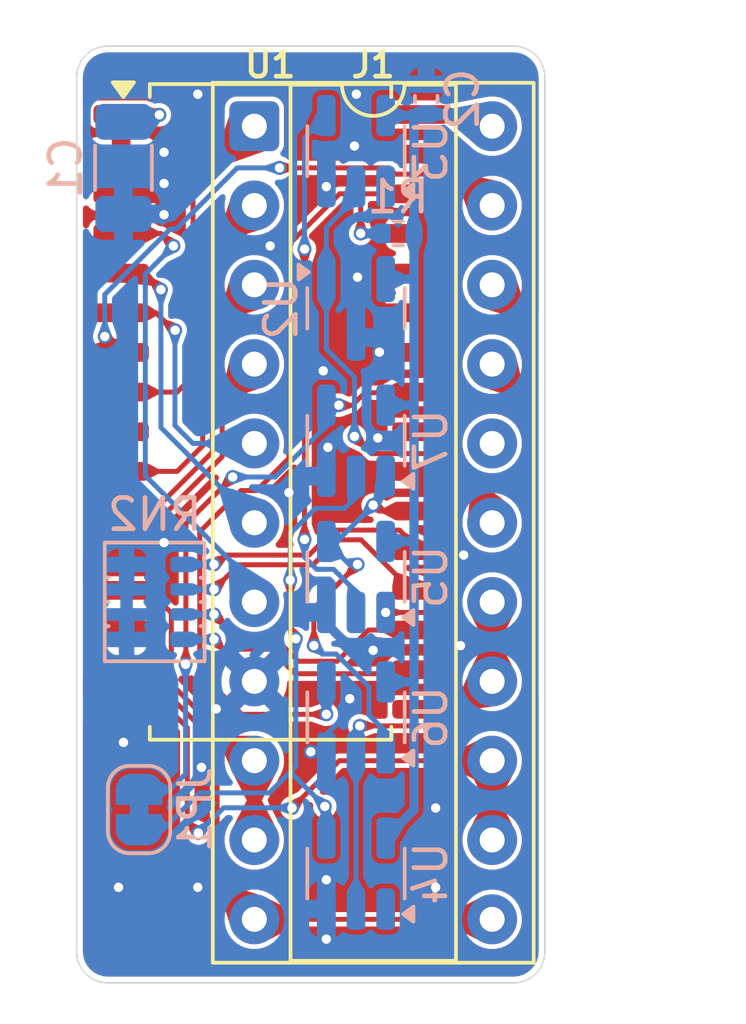
<source format=kicad_pcb>
(kicad_pcb
	(version 20241229)
	(generator "pcbnew")
	(generator_version "9.0")
	(general
		(thickness 1.6)
		(legacy_teardrops no)
	)
	(paper "A4")
	(layers
		(0 "F.Cu" signal)
		(2 "B.Cu" signal)
		(9 "F.Adhes" user "F.Adhesive")
		(11 "B.Adhes" user "B.Adhesive")
		(13 "F.Paste" user)
		(15 "B.Paste" user)
		(5 "F.SilkS" user "F.Silkscreen")
		(7 "B.SilkS" user "B.Silkscreen")
		(1 "F.Mask" user)
		(3 "B.Mask" user)
		(17 "Dwgs.User" user "User.Drawings")
		(19 "Cmts.User" user "User.Comments")
		(21 "Eco1.User" user "User.Eco1")
		(23 "Eco2.User" user "User.Eco2")
		(25 "Edge.Cuts" user)
		(27 "Margin" user)
		(31 "F.CrtYd" user "F.Courtyard")
		(29 "B.CrtYd" user "B.Courtyard")
		(35 "F.Fab" user)
		(33 "B.Fab" user)
		(39 "User.1" user)
		(41 "User.2" user)
		(43 "User.3" user)
		(45 "User.4" user)
	)
	(setup
		(stackup
			(layer "F.SilkS"
				(type "Top Silk Screen")
			)
			(layer "F.Paste"
				(type "Top Solder Paste")
			)
			(layer "F.Mask"
				(type "Top Solder Mask")
				(thickness 0.01)
			)
			(layer "F.Cu"
				(type "copper")
				(thickness 0.035)
			)
			(layer "dielectric 1"
				(type "core")
				(thickness 1.51)
				(material "FR4")
				(epsilon_r 4.5)
				(loss_tangent 0.02)
			)
			(layer "B.Cu"
				(type "copper")
				(thickness 0.035)
			)
			(layer "B.Mask"
				(type "Bottom Solder Mask")
				(thickness 0.01)
			)
			(layer "B.Paste"
				(type "Bottom Solder Paste")
			)
			(layer "B.SilkS"
				(type "Bottom Silk Screen")
			)
			(copper_finish "None")
			(dielectric_constraints no)
		)
		(pad_to_mask_clearance 0)
		(allow_soldermask_bridges_in_footprints no)
		(tenting front back)
		(pcbplotparams
			(layerselection 0x00000000_00000000_55555555_5755f5ff)
			(plot_on_all_layers_selection 0x00000000_00000000_00000000_00000000)
			(disableapertmacros no)
			(usegerberextensions no)
			(usegerberattributes yes)
			(usegerberadvancedattributes yes)
			(creategerberjobfile yes)
			(dashed_line_dash_ratio 12.000000)
			(dashed_line_gap_ratio 3.000000)
			(svgprecision 4)
			(plotframeref no)
			(mode 1)
			(useauxorigin no)
			(hpglpennumber 1)
			(hpglpenspeed 20)
			(hpglpendiameter 15.000000)
			(pdf_front_fp_property_popups yes)
			(pdf_back_fp_property_popups yes)
			(pdf_metadata yes)
			(pdf_single_document no)
			(dxfpolygonmode yes)
			(dxfimperialunits yes)
			(dxfusepcbnewfont yes)
			(psnegative no)
			(psa4output no)
			(plot_black_and_white yes)
			(sketchpadsonfab no)
			(plotpadnumbers no)
			(hidednponfab no)
			(sketchdnponfab yes)
			(crossoutdnponfab yes)
			(subtractmaskfromsilk no)
			(outputformat 1)
			(mirror no)
			(drillshape 1)
			(scaleselection 1)
			(outputdirectory "")
		)
	)
	(net 0 "")
	(net 1 "/D0")
	(net 2 "/A7")
	(net 3 "/D1")
	(net 4 "/A1")
	(net 5 "/A2")
	(net 6 "/D2")
	(net 7 "/D3")
	(net 8 "/A3")
	(net 9 "/R{slash}W")
	(net 10 "/OD")
	(net 11 "/A6")
	(net 12 "/A4")
	(net 13 "/A0")
	(net 14 "/A5")
	(net 15 "unconnected-(U1-NC-Pad24)")
	(net 16 "unconnected-(U1-NC-Pad9)")
	(net 17 "unconnected-(U1-~{HSB}-Pad31)")
	(net 18 "Net-(U1-VCAP)")
	(net 19 "GND")
	(net 20 "+5V")
	(net 21 "/~{CE_{1}}")
	(net 22 "/CE_{2}")
	(net 23 "Net-(JP1-A)")
	(net 24 "/~{OE}")
	(net 25 "/~{WE}")
	(net 26 "Net-(RN2-R2.1)")
	(net 27 "Net-(RN2-R4.1)")
	(net 28 "Net-(RN2-R3.1)")
	(net 29 "Net-(RN2-R1.1)")
	(net 30 "/~{CE}")
	(net 31 "Net-(U3-Pad4)")
	(footprint "Package_DIP:DIP-22_W7.62mm_Socket" (layer "F.Cu") (at 68.6925 52.565))
	(footprint "Package_SO:SOIC-32_7.518x20.777mm_P1.27mm" (layer "F.Cu") (at 69.2125 61.715))
	(footprint "PCM_Resistor_SMD_AKL:R_Array_Convex_4x0603" (layer "B.Cu") (at 65.5 67.8 180))
	(footprint "Package_TO_SOT_SMD:SOT-23-5" (layer "B.Cu") (at 71.95 76.5 90))
	(footprint "Capacitor_SMD:C_0402_1005Metric" (layer "B.Cu") (at 74.2 51.7 90))
	(footprint "Package_TO_SOT_SMD:SOT-23-5" (layer "B.Cu") (at 71.95 53.3625 90))
	(footprint "Package_TO_SOT_SMD:SOT-23-5" (layer "B.Cu") (at 71.95 62.6375 90))
	(footprint "Package_TO_SOT_SMD:SOT-23" (layer "B.Cu") (at 71.95 58.4 -90))
	(footprint "Jumper:SolderJumper-2_P1.3mm_Bridged_RoundedPad1.0x1.5mm" (layer "B.Cu") (at 65 74.45 90))
	(footprint "Package_TO_SOT_SMD:SOT-23-5" (layer "B.Cu") (at 71.95 67 90))
	(footprint "Package_TO_SOT_SMD:SOT-23-5" (layer "B.Cu") (at 71.95 71.5 90))
	(footprint "Resistor_SMD:R_0402_1005Metric" (layer "B.Cu") (at 73.3 56 180))
	(footprint "Capacitor_SMD:C_1206_3216Metric" (layer "B.Cu") (at 64.5 53.9 -90))
	(gr_arc
		(start 63 51)
		(mid 63.292893 50.292893)
		(end 64 50)
		(stroke
			(width 0.05)
			(type default)
		)
		(layer "Edge.Cuts")
		(uuid "056ed8e8-e117-4bd4-89ee-bb40e81e316a")
	)
	(gr_arc
		(start 78 79)
		(mid 77.707107 79.707107)
		(end 77 80)
		(stroke
			(width 0.05)
			(type default)
		)
		(layer "Edge.Cuts")
		(uuid "34761677-6265-43b0-b6b6-529a5ebbaecc")
	)
	(gr_arc
		(start 64 80)
		(mid 63.292893 79.707107)
		(end 63 79)
		(stroke
			(width 0.05)
			(type default)
		)
		(layer "Edge.Cuts")
		(uuid "5739b042-5739-4f75-b139-b7150b3ad5f5")
	)
	(gr_line
		(start 63 79)
		(end 63 51)
		(stroke
			(width 0.05)
			(type default)
		)
		(layer "Edge.Cuts")
		(uuid "6aad393a-d15b-4878-9956-feab8884d8ca")
	)
	(gr_line
		(start 78 51)
		(end 78 79)
		(stroke
			(width 0.05)
			(type default)
		)
		(layer "Edge.Cuts")
		(uuid "87d575fb-2664-46f5-854a-cdb3fc41d436")
	)
	(gr_line
		(start 77 80)
		(end 64 80)
		(stroke
			(width 0.05)
			(type default)
		)
		(layer "Edge.Cuts")
		(uuid "b83f3d2a-be5f-43bc-a4d8-adcf806d1191")
	)
	(gr_line
		(start 64 50)
		(end 77 50)
		(stroke
			(width 0.05)
			(type default)
		)
		(layer "Edge.Cuts")
		(uuid "bd839f92-1b0e-49cb-896b-0bc41a3eff23")
	)
	(gr_arc
		(start 77 50)
		(mid 77.707107 50.292893)
		(end 78 51)
		(stroke
			(width 0.05)
			(type default)
		)
		(layer "Edge.Cuts")
		(uuid "eedd5cb5-6021-4b9d-b045-761556039efc")
	)
	(segment
		(start 65.312499 67.43)
		(end 66.033 68.150501)
		(width 0.16)
		(layer "F.Cu")
		(net 1)
		(uuid "3d2fa3aa-837e-4445-b504-c1118c72685f")
	)
	(segment
		(start 68.6925 75.425)
		(end 68.6925 72.885)
		(width 0.16)
		(layer "F.Cu")
		(net 1)
		(uuid "50b2429b-1dd2-446f-af9b-d77ec748fb12")
	)
	(segment
		(start 64.425 67.43)
		(end 65.312499 67.43)
		(width 0.16)
		(layer "F.Cu")
		(net 1)
		(uuid "55c3c717-50e9-45b0-a8e2-fa7b5f24f1b6")
	)
	(segment
		(start 66.033 68.150501)
		(end 66.033 70.433)
		(width 0.16)
		(layer "F.Cu")
		(net 1)
		(uuid "d5e2b702-abb0-4c4d-a99a-aca89e525143")
	)
	(segment
		(start 68.485 72.885)
		(end 68.6925 72.885)
		(width 0.16)
		(layer "F.Cu")
		(net 1)
		(uuid "eebcb89c-87e0-4349-b1d4-5ff17b51a648")
	)
	(segment
		(start 66.033 70.433)
		(end 68.485 72.885)
		(width 0.16)
		(layer "F.Cu")
		(net 1)
		(uuid "fd068510-d413-4d4f-94fb-f5d7fce63616")
	)
	(segment
		(start 65.7 56)
		(end 66.1 56.4)
		(width 0.16)
		(layer "F.Cu")
		(net 2)
		(uuid "678b2762-b5f1-4ac4-848b-2fa4bccd9565")
	)
	(segment
		(start 64.425 56)
		(end 65.7 56)
		(width 0.16)
		(layer "F.Cu")
		(net 2)
		(uuid "69fdf7ea-3840-434f-9b29-ce2da11575c0")
	)
	(via
		(at 66.1 56.4)
		(size 0.45)
		(drill 0.3)
		(layers "F.Cu" "B.Cu")
		(teardrops
			(best_length_ratio 0.5)
			(max_length 1)
			(best_width_ratio 1)
			(max_width 2)
			(curved_edges no)
			(filter_ratio 0.9)
			(enabled yes)
			(allow_two_segments yes)
			(prefer_zone_connections yes)
		)
		(net 2)
		(uuid "3551625d-1871-44c6-94c1-7261bff7cbae")
	)
	(segment
		(start 66.1 56.4)
		(end 65.2 57.3)
		(width 0.16)
		(layer "B.Cu")
		(net 2)
		(uuid "60a7762b-7860-4e05-990c-5c695012b8cb")
	)
	(segment
		(start 68.6925 67.247618)
		(end 68.6925 67.805)
		(width 0.16)
		(layer "B.Cu")
		(net 2)
		(uuid "621986a3-1597-4ee1-8615-eb7524159d17")
	)
	(segment
		(start 65.2 57.3)
		(end 65.2 63.755118)
		(width 0.16)
		(layer "B.Cu")
		(net 2)
		(uuid "7884f4b3-c7b6-46d3-aba4-fbfa8014ee0c")
	)
	(segment
		(start 65.2 63.755118)
		(end 68.6925 67.247618)
		(width 0.16)
		(layer "B.Cu")
		(net 2)
		(uuid "ea3674aa-fe05-490b-b2e6-e24d3afbbaa7")
	)
	(segment
		(start 76.3125 77.965)
		(end 68.6925 77.965)
		(width 0.16)
		(layer "F.Cu")
		(net 3)
		(uuid "31312304-36a5-48b7-a878-1ff74af9d1dc")
	)
	(segment
		(start 65.722001 70.561821)
		(end 67.5 72.33982)
		(width 0.16)
		(layer "F.Cu")
		(net 3)
		(uuid "8bc78b4f-a644-4c15-a1e5-ab0d27d3ddf0")
	)
	(segment
		(start 64.425 68.7)
		(end 65.312499 68.7)
		(width 0.16)
		(layer "F.Cu")
		(net 3)
		(uuid "96295829-fb0f-4b55-b4d2-4f8d3827461d")
	)
	(segment
		(start 67.5 76.7725)
		(end 68.6925 77.965)
		(width 0.16)
		(layer "F.Cu")
		(net 3)
		(uuid "bd81d96b-7daa-40c6-997e-a200a1f88c3f")
	)
	(segment
		(start 65.722 69.109501)
		(end 65.722001 70.561821)
		(width 0.16)
		(layer "F.Cu")
		(net 3)
		(uuid "cec87407-29e2-4f58-9fea-a9b042a5b091")
	)
	(segment
		(start 67.5 72.33982)
		(end 67.5 76.7725)
		(width 0.16)
		(layer "F.Cu")
		(net 3)
		(uuid "dee001a2-43c7-44aa-97d8-f90199cc0271")
	)
	(segment
		(start 65.312499 68.7)
		(end 65.722 69.109501)
		(width 0.16)
		(layer "F.Cu")
		(net 3)
		(uuid "fec9b75f-93af-4a48-abd3-a7cf0bb2f535")
	)
	(segment
		(start 64.425 64.89)
		(end 65.4605 64.89)
		(width 0.16)
		(layer "F.Cu")
		(net 4)
		(uuid "30cabe3a-42a1-4c56-b568-8ab035404aae")
	)
	(segment
		(start 65.4605 64.89)
		(end 67.3505 63)
		(width 0.16)
		(layer "F.Cu")
		(net 4)
		(uuid "3ae47237-e4f8-47bb-805f-17dd22669219")
	)
	(segment
		(start 67.3505 58.987)
		(end 68.6925 57.645)
		(width 0.16)
		(layer "F.Cu")
		(net 4)
		(uuid "71356270-0977-41a5-97ee-2ce4423c4266")
	)
	(segment
		(start 67.3505 63)
		(end 67.3505 58.987)
		(width 0.16)
		(layer "F.Cu")
		(net 4)
		(uuid "ffe06825-52fc-4bf5-bcff-d8c17936947b")
	)
	(segment
		(start 67.0395 62.8)
		(end 67.039501 56.757999)
		(width 0.16)
		(layer "F.Cu")
		(net 5)
		(uuid "2ff94fbb-8f5b-422a-8e57-949e8284f98f")
	)
	(segment
		(start 67.039501 56.757999)
		(end 68.6925 55.105)
		(width 0.16)
		(layer "F.Cu")
		(net 5)
		(uuid "8fcdbc39-9505-46e8-abb0-650e924b7cbe")
	)
	(segment
		(start 64.425 63.62)
		(end 66.2195 63.62)
		(width 0.16)
		(layer "F.Cu")
		(net 5)
		(uuid "a8b6eb93-7688-43a3-bbd2-51d9956aa9ef")
	)
	(segment
		(start 66.2195 63.62)
		(end 67.0395 62.8)
		(width 0.16)
		(layer "F.Cu")
		(net 5)
		(uuid "c102fe25-35f7-4457-9fc3-f891773f575b")
	)
	(segment
		(start 76.3125 72.885)
		(end 71.415 72.885)
		(width 0.16)
		(layer "F.Cu")
		(net 6)
		(uuid "1d24ef44-606d-40a5-a1f9-d87411d045e0")
	)
	(segment
		(start 64.69036 69.97)
		(end 64.425 69.97)
		(width 0.16)
		(layer "F.Cu")
		(net 6)
		(uuid "29f44161-6dc9-4f7c-bb3b-b6e472383e3e")
	)
	(segment
		(start 66.544 74.844)
		(end 66.544 71.82364)
		(width 0.16)
		(layer "F.Cu")
		(net 6)
		(uuid "404dc636-12d7-452f-9b96-369aa3560d7b")
	)
	(segment
		(start 76.3125 75.425)
		(end 76.3125 72.885)
		(width 0.16)
		(layer "F.Cu")
		(net 6)
		(uuid "6c959e26-e511-407f-b664-1fa13b01a6b6")
	)
	(segment
		(start 71.415 72.885)
		(end 69.9 74.4)
		(width 0.16)
		(layer "F.Cu")
		(net 6)
		(uuid "a654496c-1c17-447d-87a6-90c6145cc2fd")
	)
	(segment
		(start 66.544 71.82364)
		(end 64.69036 69.97)
		(width 0.16)
		(layer "F.Cu")
		(net 6)
		(uuid "dfefd1d8-b6af-4ccf-a958-3afe45f0158f")
	)
	(segment
		(start 66.9 75.2)
		(end 66.544 74.844)
		(width 0.16)
		(layer "F.Cu")
		(net 6)
		(uuid "ea5a1b9c-24c0-4b93-9b58-f20a154fcc76")
	)
	(via
		(at 69.9 74.4)
		(size 0.45)
		(drill 0.3)
		(layers "F.Cu" "B.Cu")
		(teardrops
			(best_length_ratio 0.5)
			(max_length 1)
			(best_width_ratio 1)
			(max_width 2)
			(curved_edges no)
			(filter_ratio 0.9)
			(enabled yes)
			(allow_two_segments yes)
			(prefer_zone_connections yes)
		)
		(net 6)
		(uuid "ef045fb5-8e5d-4db4-b9cb-d70beb04bcdc")
	)
	(via
		(at 66.9 75.2)
		(size 0.45)
		(drill 0.3)
		(layers "F.Cu" "B.Cu")
		(teardrops
			(best_length_ratio 0.5)
			(max_length 1)
			(best_width_ratio 1)
			(max_width 2)
			(curved_edges no)
			(filter_ratio 0.9)
			(enabled yes)
			(allow_two_segments yes)
			(prefer_zone_connections yes)
		)
		(net 6)
		(uuid "f7063169-b962-488d-9068-190ddd0e4d69")
	)
	(segment
		(start 67.706 74.394)
		(end 67.3 74.8)
		(width 0.16)
		(layer "B.Cu")
		(net 6)
		(uuid "16d07acb-b887-4179-88a1-73cb43fa96bd")
	)
	(segment
		(start 67.3 74.8)
		(end 66.9 75.2)
		(width 0.16)
		(layer "B.Cu")
		(net 6)
		(uuid "211c8d51-9e85-4236-9598-cc2c337c5749")
	)
	(segment
		(start 69.9 74.4)
		(end 69.894 74.394)
		(width 0.16)
		(layer "B.Cu")
		(net 6)
		(uuid "9ae5b5ee-80f1-4a72-a38c-d1a5d890c588")
	)
	(segment
		(start 69.894 74.394)
		(end 67.706 74.394)
		(width 0.16)
		(layer "B.Cu")
		(net 6)
		(uuid "cb4f74ef-e084-4c11-a7a2-f5292ec686db")
	)
	(segment
		(start 75.4175 71.24)
		(end 74 71.24)
		(width 0.16)
		(layer "F.Cu")
		(net 7)
		(uuid "5a7d5e6d-b6aa-4de4-9f3b-21b2bd032459")
	)
	(segment
		(start 76.3125 70.345)
		(end 75.4175 71.24)
		(width 0.16)
		(layer "F.Cu")
		(net 7)
		(uuid "7522c56e-7fb1-4839-8809-fdd224c9675f")
	)
	(segment
		(start 76.3125 67.805)
		(end 76.3125 70.345)
		(width 0.16)
		(layer "F.Cu")
		(net 7)
		(uuid "d33eaeb9-bf69-4897-833b-27881d0ce81c")
	)
	(segment
		(start 66.728501 60.571499)
		(end 66.728501 54.528999)
		(width 0.16)
		(layer "F.Cu")
		(net 8)
		(uuid "4299a8f8-c56e-459b-aa7e-7ac5f7e4a836")
	)
	(segment
		(start 66.22 61.08)
		(end 66.728501 60.571499)
		(width 0.16)
		(layer "F.Cu")
		(net 8)
		(uuid "55c1a2e9-7d8c-451e-81c8-315a4813a62b")
	)
	(segment
		(start 64.425 61.08)
		(end 66.22 61.08)
		(width 0.16)
		(layer "F.Cu")
		(net 8)
		(uuid "8281e8a9-bf77-47c6-8b1a-c966e382fe29")
	)
	(segment
		(start 66.728501 54.528999)
		(end 68.6925 52.565)
		(width 0.16)
		(layer "F.Cu")
		(net 8)
		(uuid "8971f5b0-cb70-46a7-97d0-51b23a7f3c7e")
	)
	(segment
		(start 76.344555 71.771)
		(end 77.7 70.415555)
		(width 0.16)
		(layer "F.Cu")
		(net 9)
		(uuid "4c383f7e-4400-4502-bc05-b7d13130bb15")
	)
	(segment
		(start 77.7 59.0325)
		(end 76.3125 57.645)
		(width 0.16)
		(layer "F.Cu")
		(net 9)
		(uuid "6147785c-5c5a-4620-9309-74d3ba846054")
	)
	(segment
		(start 77.7 70.415555)
		(end 77.7 59.0325)
		(width 0.16)
		(layer "F.Cu")
		(net 9)
		(uuid "698570a7-c6a2-4600-86c1-ab43e8831b26")
	)
	(segment
		(start 72.071 71.771)
		(end 76.344555 71.771)
		(width 0.16)
		(layer "F.Cu")
		(net 9)
		(uuid "ff97a6f7-ed32-4652-b165-912e971035c4")
	)
	(via
		(at 72.071 71.771)
		(size 0.45)
		(drill 0.3)
		(layers "F.Cu" "B.Cu")
		(teardrops
			(best_length_ratio 0.5)
			(max_length 1)
			(best_width_ratio 1)
			(max_width 2)
			(curved_edges no)
			(filter_ratio 0.9)
			(enabled yes)
			(allow_two_segments yes)
			(prefer_zone_connections yes)
		)
		(net 9)
		(uuid "5b001eb9-1f71-4fe3-9455-52ebde4faf3d")
	)
	(segment
		(start 72.071 71.771)
		(end 71.95 71.892)
		(width 0.16)
		(layer "B.Cu")
		(net 9)
		(uuid "0495e14e-bd3c-4724-9b82-3c16a322b16b")
	)
	(segment
		(start 71.95 71.892)
		(end 71.95 72.6375)
		(width 0.16)
		(layer "B.Cu")
		(net 9)
		(uuid "1a5e5c88-aaa9-469e-8002-214aab420da2")
	)
	(segment
		(start 71.95 72.6375)
		(end 71.95 77.6375)
		(width 0.16)
		(layer "B.Cu")
		(net 9)
		(uuid "bde2d58d-33b7-4ad4-b8d2-a2ac006138e2")
	)
	(segment
		(start 64.425 57.27)
		(end 65.17 57.27)
		(width 0.16)
		(layer "F.Cu")
		(net 11)
		(uuid "09bec752-0bdf-4013-8bd3-9028cdcc43fc")
	)
	(segment
		(start 65.17 57.27)
		(end 65.7 57.8)
		(width 0.16)
		(layer "F.Cu")
		(net 11)
		(uuid "f574abe5-9173-4811-b233-99ecc22d5c74")
	)
	(via
		(at 65.7 57.8)
		(size 0.45)
		(drill 0.3)
		(layers "F.Cu" "B.Cu")
		(teardrops
			(best_length_ratio 0.5)
			(max_length 1)
			(best_width_ratio 1)
			(max_width 2)
			(curved_edges no)
			(filter_ratio 0.9)
			(enabled yes)
			(allow_two_segments yes)
			(prefer_zone_connections yes)
		)
		(net 11)
		(uuid "c9177ddc-ee06-4a60-822d-5a28906cfe71")
	)
	(segment
		(start 65.7 59.422)
		(end 65.7 57.8)
		(width 0.16)
		(layer "B.Cu")
		(net 11)
		(uuid "46212b2f-92e9-4e5f-8b52-e7398b09471d")
	)
	(segment
		(start 68.6925 65.21032)
		(end 65.7 62.21782)
		(width 0.16)
		(layer "B.Cu")
		(net 11)
		(uuid "5d8bb3bb-e711-4041-a675-ebb32b776a7a")
	)
	(segment
		(start 65.7 62.21782)
		(end 65.7 59.422)
		(width 0.16)
		(layer "B.Cu")
		(net 11)
		(uuid "be783e18-d76e-4e58-94c0-a40745d2d42a")
	)
	(segment
		(start 68.6925 65.265)
		(end 68.6925 65.21032)
		(width 0.16)
		(layer "B.Cu")
		(net 11)
		(uuid "e2eeb79a-d363-4916-9270-ef5c1cf7eed8")
	)
	(segment
		(start 76.3125 55.105)
		(end 75.3075 54.1)
		(width 0.16)
		(layer "F.Cu")
		(net 12)
		(uuid "1fd84d33-67aa-4347-8ebe-0c4f50139efd")
	)
	(segment
		(start 64.41 59.81)
		(end 63.9 59.3)
		(width 0.16)
		(layer "F.Cu")
		(net 12)
		(uuid "4dda3fd2-44e0-44ca-a730-b598c9462a99")
	)
	(segment
		(start 73.009528 53.9)
		(end 69.5 53.9)
		(width 0.16)
		(layer "F.Cu")
		(net 12)
		(uuid "92fa79b9-577c-4e1d-91f3-40bac5da708e")
	)
	(segment
		(start 75.3075 54.1)
		(end 73.209528 54.1)
		(width 0.16)
		(layer "F.Cu")
		(net 12)
		(uuid "9eb65bb6-68d4-4108-8136-b724caabc718")
	)
	(segment
		(start 64.425 59.81)
		(end 64.41 59.81)
		(width 0.16)
		(layer "F.Cu")
		(net 12)
		(uuid "ad889057-0179-4102-9522-92a3caa0cb4a")
	)
	(segment
		(start 73.209528 54.1)
		(end 73.009528 53.9)
		(width 0.16)
		(layer "F.Cu")
		(net 12)
		(uuid "ca31e5c4-2e93-4dce-ad18-2e5ad1644109")
	)
	(via
		(at 63.9 59.3)
		(size 0.45)
		(drill 0.3)
		(layers "F.Cu" "B.Cu")
		(teardrops
			(best_length_ratio 0.5)
			(max_length 1)
			(best_width_ratio 1)
			(max_width 2)
			(curved_edges no)
			(filter_ratio 0.9)
			(enabled yes)
			(allow_two_segments yes)
			(prefer_zone_connections yes)
		)
		(net 12)
		(uuid "30991aad-5b15-486d-a719-258880a3b536")
	)
	(via
		(at 69.5 53.9)
		(size 0.45)
		(drill 0.3)
		(layers "F.Cu" "B.Cu")
		(teardrops
			(best_length_ratio 0.5)
			(max_length 1)
			(best_width_ratio 1)
			(max_width 2)
			(curved_edges no)
			(filter_ratio 0.9)
			(enabled yes)
			(allow_two_segments yes)
			(prefer_zone_connections yes)
		)
		(net 12)
		(uuid "828d95f3-3bd8-43ff-bdda-ea87691405b2")
	)
	(segment
		(start 63.9 57.955118)
		(end 63.9 59.3)
		(width 0.16)
		(layer "B.Cu")
		(net 12)
		(uuid "1468f34b-4b3c-43b2-bf87-4fb5849a2b69")
	)
	(segment
		(start 66.188882 55.856)
		(end 65.999118 55.856)
		(width 0.16)
		(layer "B.Cu")
		(net 12)
		(uuid "1d25a040-7fd1-4211-b339-2eb18f8d3f6c")
	)
	(segment
		(start 65.999118 55.856)
		(end 63.9 57.955118)
		(width 0.16)
		(layer "B.Cu")
		(net 12)
		(uuid "2d999b56-eaeb-4dac-9702-357cd52323d0")
	)
	(segment
		(start 69.5 53.9)
		(end 68.144882 53.9)
		(width 0.16)
		(layer "B.Cu")
		(net 12)
		(uuid "a16d9314-0e2e-49cb-ba37-2508b9e800e0")
	)
	(segment
		(start 68.144882 53.9)
		(end 66.188882 55.856)
		(width 0.16)
		(layer "B.Cu")
		(net 12)
		(uuid "d3edf7e1-927c-4d4c-a4bb-1f934123d4a1")
	)
	(segment
		(start 67.6615 63.152055)
		(end 67.6615 61.216)
		(width 0.16)
		(layer "F.Cu")
		(net 13)
		(uuid "56613ed9-090e-4da1-86a4-c14113424381")
	)
	(segment
		(start 67.6615 61.216)
		(end 68.6925 60.185)
		(width 0.16)
		(layer "F.Cu")
		(net 13)
		(uuid "641c32ba-7055-4d21-8e0e-33f58dbad837")
	)
	(segment
		(start 64.653555 66.16)
		(end 67.6615 63.152055)
		(width 0.16)
		(layer "F.Cu")
		(net 13)
		(uuid "9a9a903f-a433-44e1-92f6-014ad10fc9b6")
	)
	(segment
		(start 64.425 66.16)
		(end 64.653555 66.16)
		(width 0.16)
		(layer "F.Cu")
		(net 13)
		(uuid "ce839fdc-69b3-490f-9c4e-482c5304f210")
	)
	(segment
		(start 65.54 58.54)
		(end 64.425 58.54)
		(width 0.16)
		(layer "F.Cu")
		(net 14)
		(uuid "14df1963-d43d-4d04-a803-dc87c607ddaf")
	)
	(segment
		(start 66.155 59.1)
		(end 66.1 59.1)
		(width 0.16)
		(layer "F.Cu")
		(net 14)
		(uuid "4f645d83-f004-4e25-a89f-e2d0db713375")
	)
	(segment
		(start 66.1 59.1)
		(end 65.54 58.54)
		(width 0.16)
		(layer "F.Cu")
		(net 14)
		(uuid "6d60be89-f7ac-437e-a4bf-b6ee81f4f425")
	)
	(via
		(at 66.155 59.1)
		(size 0.45)
		(drill 0.3)
		(layers "F.Cu" "B.Cu")
		(teardrops
			(best_length_ratio 0.5)
			(max_length 1)
			(best_width_ratio 1)
			(max_width 2)
			(curved_edges no)
			(filter_ratio 0.9)
			(enabled yes)
			(allow_two_segments yes)
			(prefer_zone_connections yes)
		)
		(net 14)
		(uuid "465915cb-97ad-4290-905a-04220d17afe0")
	)
	(segment
		(start 66.725 62.725)
		(end 68.6925 62.725)
		(width 0.16)
		(layer "B.Cu")
		(net 14)
		(uuid "0ab99906-9801-428a-b9fc-f2c016cb3fbc")
	)
	(segment
		(start 66.15 59.105)
		(end 66.15 62.15)
		(width 0.16)
		(layer "B.Cu")
		(net 14)
		(uuid "29cefbb8-42f4-41b1-bcd4-40c617bbed35")
	)
	(segment
		(start 66.155 59.1)
		(end 66.15 59.105)
		(width 0.16)
		(layer "B.Cu")
		(net 14)
		(uuid "8dd15cf0-5f59-4b3c-919b-3bfb41da18fd")
	)
	(segment
		(start 66.15 62.15)
		(end 66.725 62.725)
		(width 0.16)
		(layer "B.Cu")
		(net 14)
		(uuid "b5910f01-e153-4f98-8040-3d73f2901006")
	)
	(segment
		(start 65.64 52.19)
		(end 64.425 52.19)
		(width 0.3)
		(layer "F.Cu")
		(net 18)
		(uuid "610a45fc-a0fe-453b-ac23-19b1eb7b7a74")
	)
	(segment
		(start 65.65 52.2)
		(end 65.64 52.19)
		(width 0.3)
		(layer "F.Cu")
		(net 18)
		(uuid "7c2d3ce6-e223-420e-8d57-8072756744ab")
	)
	(via
		(at 65.65 52.2)
		(size 0.45)
		(drill 0.3)
		(layers "F.Cu" "B.Cu")
		(teardrops
			(best_length_ratio 0.5)
			(max_length 1)
			(best_width_ratio 1)
			(max_width 2)
			(curved_edges no)
			(filter_ratio 0.9)
			(enabled yes)
			(allow_two_segments yes)
			(prefer_zone_connections yes)
		)
		(net 18)
		(uuid "da732237-03fc-4875-8a3d-38cad0a78f35")
	)
	(segment
		(start 64.5 52.425)
		(end 65.425 52.425)
		(width 0.3)
		(layer "B.Cu")
		(net 18)
		(uuid "470af37f-2f18-4ca4-a762-e810c73dbfbe")
	)
	(segment
		(start 65.425 52.425)
		(end 65.65 52.2)
		(width 0.3)
		(layer "B.Cu")
		(net 18)
		(uuid "b3958473-f042-402b-9d01-f5dc8b741ffb")
	)
	(segment
		(start 70.5 72.6)
		(end 69.754 71.854)
		(width 0.16)
		(layer "F.Cu")
		(net 19)
		(uuid "0f056387-eff2-44b2-80a5-924a824d500a")
	)
	(segment
		(start 69.754 71.854)
		(end 68.099977 71.854)
		(width 0.16)
		(layer "F.Cu")
		(net 19)
		(uuid "34709653-00f5-46da-ac4d-88bf61c17b88")
	)
	(segment
		(start 68.099977 71.854)
		(end 67.472988 71.227011)
		(width 0.16)
		(layer "F.Cu")
		(net 19)
		(uuid "cf3eaaa2-600d-4e52-9f11-ce9c838ede27")
	)
	(via
		(at 74.50175 76.94)
		(size 0.45)
		(drill 0.3)
		(layers "F.Cu" "B.Cu")
		(free yes)
		(teardrops
			(best_length_ratio 0.5)
			(max_length 1)
			(best_width_ratio 1)
			(max_width 2)
			(curved_edges no)
			(filter_ratio 0.9)
			(enabled yes)
			(allow_two_segments yes)
			(prefer_zone_connections yes)
		)
		(net 19)
		(uuid "0582e625-8ab8-4b45-9cff-a345a4899235")
	)
	(via
		(at 69.8 64.3)
		(size 0.45)
		(drill 0.3)
		(layers "F.Cu" "B.Cu")
		(free yes)
		(teardrops
			(best_length_ratio 0.5)
			(max_length 1)
			(best_width_ratio 1)
			(max_width 2)
			(curved_edges no)
			(filter_ratio 0.9)
			(enabled yes)
			(allow_two_segments yes)
			(prefer_zone_connections yes)
		)
		(net 19)
		(uuid "115fde90-b353-4a5c-b8ff-eadfa31d50a3")
	)
	(via
		(at 65.8 53.4)
		(size 0.45)
		(drill 0.3)
		(layers "F.Cu" "B.Cu")
		(free yes)
		(teardrops
			(best_length_ratio 0.5)
			(max_length 1)
			(best_width_ratio 1)
			(max_width 2)
			(curved_edges no)
			(filter_ratio 0.9)
			(enabled yes)
			(allow_two_segments yes)
			(prefer_zone_connections yes)
		)
		(net 19)
		(uuid "1d78dbbc-3eec-4a77-b7fd-5d072b6a3f56")
	)
	(via
		(at 71.9 53.2)
		(size 0.45)
		(drill 0.3)
		(layers "F.Cu" "B.Cu")
		(free yes)
		(teardrops
			(best_length_ratio 0.5)
			(max_length 1)
			(best_width_ratio 1)
			(max_width 2)
			(curved_edges no)
			(filter_ratio 0.9)
			(enabled yes)
			(allow_two_segments yes)
			(prefer_zone_connections yes)
		)
		(net 19)
		(uuid "216951fa-ae63-4c1d-92a3-a35cfb93d37d")
	)
	(via
		(at 65.8 55.4)
		(size 0.45)
		(drill 0.3)
		(layers "F.Cu" "B.Cu")
		(free yes)
		(teardrops
			(best_length_ratio 0.5)
			(max_length 1)
			(best_width_ratio 1)
			(max_width 2)
			(curved_edges no)
			(filter_ratio 0.9)
			(enabled yes)
			(allow_two_segments yes)
			(prefer_zone_connections yes)
		)
		(net 19)
		(uuid "2db59b58-8582-4ca8-bb11-41fc9eee574a")
	)
	(via
		(at 71.96175 51.54)
		(size 0.45)
		(drill 0.3)
		(layers "F.Cu" "B.Cu")
		(free yes)
		(teardrops
			(best_length_ratio 0.5)
			(max_length 1)
			(best_width_ratio 1)
			(max_width 2)
			(curved_edges no)
			(filter_ratio 0.9)
			(enabled yes)
			(allow_two_segments yes)
			(prefer_zone_connections yes)
		)
		(net 19)
		(uuid "2fd5e4c0-caff-4669-a8ae-d79c2c0d0e69")
	)
	(via
		(at 75.3 69.2)
		(size 0.45)
		(drill 0.3)
		(layers "F.Cu" "B.Cu")
		(free yes)
		(teardrops
			(best_length_ratio 0.5)
			(max_length 1)
			(best_width_ratio 1)
			(max_width 2)
			(curved_edges no)
			(filter_ratio 0.9)
			(enabled yes)
			(allow_two_segments yes)
			(prefer_zone_connections yes)
		)
		(net 19)
		(uuid "3f1df952-bb83-4b7f-bcdc-8ded6e772b9f")
	)
	(via
		(at 72 57.4)
		(size 0.45)
		(drill 0.3)
		(layers "F.Cu" "B.Cu")
		(free yes)
		(teardrops
			(best_length_ratio 0.5)
			(max_length 1)
			(best_width_ratio 1)
			(max_width 2)
			(curved_edges no)
			(filter_ratio 0.9)
			(enabled yes)
			(allow_two_segments yes)
			(prefer_zone_connections yes)
		)
		(net 19)
		(uuid "3fede38a-008e-4c44-9999-df904087fbef")
	)
	(via
		(at 66.88175 51.54)
		(size 0.45)
		(drill 0.3)
		(layers "F.Cu" "B.Cu")
		(free yes)
		(teardrops
			(best_length_ratio 0.5)
			(max_length 1)
			(best_width_ratio 1)
			(max_width 2)
			(curved_edges no)
			(filter_ratio 0.9)
			(enabled yes)
			(allow_two_segments yes)
			(prefer_zone_connections yes)
		)
		(net 19)
		(uuid "41969bd7-7681-4292-a59d-37d05bfab651")
	)
	(via
		(at 71.75 70.9)
		(size 0.45)
		(drill 0.3)
		(layers "F.Cu" "B.Cu")
		(free yes)
		(teardrops
			(best_length_ratio 0.5)
			(max_length 1)
			(best_width_ratio 1)
			(max_width 2)
			(curved_edges no)
			(filter_ratio 0.9)
			(enabled yes)
			(allow_two_segments yes)
			(prefer_zone_connections yes)
		)
		(net 19)
		(uuid "5537d6b2-8652-4562-b9c7-4665f0748c6d")
	)
	(via
		(at 65.8 54.4)
		(size 0.45)
		(drill 0.3)
		(layers "F.Cu" "B.Cu")
		(free yes)
		(teardrops
			(best_length_ratio 0.5)
			(max_length 1)
			(best_width_ratio 1)
			(max_width 2)
			(curved_edges no)
			(filter_ratio 0.9)
			(enabled yes)
			(allow_two_segments yes)
			(prefer_zone_connections yes)
		)
		(net 19)
		(uuid "5d82cd6b-d144-46b9-8ba0-6e9a6e5eef8b")
	)
	(via
		(at 71.05 62.85)
		(size 0.45)
		(drill 0.3)
		(layers "F.Cu" "B.Cu")
		(free yes)
		(teardrops
			(best_length_ratio 0.5)
			(max_length 1)
			(best_width_ratio 1)
			(max_width 2)
			(curved_edges no)
			(filter_ratio 0.9)
			(enabled yes)
			(allow_two_segments yes)
			(prefer_zone_connections yes)
		)
		(net 19)
		(uuid "66535c20-2fd2-4e4f-b397-6a49e1c8a8c4")
	)
	(via
		(at 65.8 65.9)
		(size 0.45)
		(drill 0.3)
		(layers "F.Cu" "B.Cu")
		(free yes)
		(teardrops
			(best_length_ratio 0.5)
			(max_length 1)
			(best_width_ratio 1)
			(max_width 2)
			(curved_edges no)
			(filter_ratio 0.9)
			(enabled yes)
			(allow_two_segments yes)
			(prefer_zone_connections yes)
		)
		(net 19)
		(uuid "66dce1e8-3dc9-463d-a6d8-0e4a9b546603")
	)
	(via
		(at 70.5 72.6)
		(size 0.45)
		(drill 0.3)
		(layers "F.Cu" "B.Cu")
		(free yes)
		(teardrops
			(best_length_ratio 0.5)
			(max_length 1)
			(best_width_ratio 1)
			(max_width 2)
			(curved_edges no)
			(filter_ratio 0.9)
			(enabled yes)
			(allow_two_segments yes)
			(prefer_zone_connections yes)
		)
		(net 19)
		(uuid "6d877d6d-b159-4c09-b12a-59e54507f915")
	)
	(via
		(at 72.7 59.8)
		(size 0.45)
		(drill 0.3)
		(layers "F.Cu" "B.Cu")
		(free yes)
		(teardrops
			(best_length_ratio 0.5)
			(max_length 1)
			(best_width_ratio 1)
			(max_width 2)
			(curved_edges no)
			(filter_ratio 0.9)
			(enabled yes)
			(allow_two_segments yes)
			(prefer_zone_connections yes)
		)
		(net 19)
		(uuid "7314dd02-a552-43b9-92ab-175be2631e5d")
	)
	(via
		(at 67 73.1)
		(size 0.45)
		(drill 0.3)
		(layers "F.Cu" "B.Cu")
		(free yes)
		(teardrops
			(best_length_ratio 0.5)
			(max_length 1)
			(best_width_ratio 1)
			(max_width 2)
			(curved_edges no)
			(filter_ratio 0.9)
			(enabled yes)
			(allow_two_segments yes)
			(prefer_zone_connections yes)
		)
		(net 19)
		(uuid "7ccf0a67-c1b8-4326-a33e-6ddb4d308c9f")
	)
	(via
		(at 74.50175 74.4)
		(size 0.45)
		(drill 0.3)
		(layers "F.Cu" "B.Cu")
		(free yes)
		(teardrops
			(best_length_ratio 0.5)
			(max_length 1)
			(best_width_ratio 1)
			(max_width 2)
			(curved_edges no)
			(filter_ratio 0.9)
			(enabled yes)
			(allow_two_segments yes)
			(prefer_zone_connections yes)
		)
		(net 19)
		(uuid "7f31cd56-e7ce-4a0c-8d17-ce185552af15")
	)
	(via
		(at 64.5 72.3)
		(size 0.45)
		(drill 0.3)
		(layers "F.Cu" "B.Cu")
		(free yes)
		(teardrops
			(best_length_ratio 0.5)
			(max_length 1)
			(best_width_ratio 1)
			(max_width 2)
			(curved_edges no)
			(filter_ratio 0.9)
			(enabled yes)
			(allow_two_segments yes)
			(prefer_zone_connections yes)
		)
		(net 19)
		(uuid "8fbe94d0-0257-4093-9747-2a611dbc44f1")
	)
	(via
		(at 69.2 56.4)
		(size 0.45)
		(drill 0.3)
		(layers "F.Cu" "B.Cu")
		(free yes)
		(teardrops
			(best_length_ratio 0.5)
			(max_length 1)
			(best_width_ratio 1)
			(max_width 2)
			(curved_edges no)
			(filter_ratio 0.9)
			(enabled yes)
			(allow_two_segments yes)
			(prefer_zone_connections yes)
		)
		(net 19)
		(uuid "a2f62ed4-ef1c-4985-8fb1-f0993137d3c8")
	)
	(via
		(at 71 78.6)
		(size 0.45)
		(drill 0.3)
		(layers "F.Cu" "B.Cu")
		(free yes)
		(teardrops
			(best_length_ratio 0.5)
			(max_length 1)
			(best_width_ratio 1)
			(max_width 2)
			(curved_edges no)
			(filter_ratio 0.9)
			(enabled yes)
			(allow_two_segments yes)
			(prefer_zone_connections yes)
		)
		(net 19)
		(uuid "a8ff04db-46d0-45a4-9603-5a3e44bf204f")
	)
	(via
		(at 71 76.7)
		(size 0.45)
		(drill 0.3)
		(layers "F.Cu" "B.Cu")
		(free yes)
		(teardrops
			(best_length_ratio 0.5)
			(max_length 1)
			(best_width_ratio 1)
			(max_width 2)
			(curved_edges no)
			(filter_ratio 0.9)
			(enabled yes)
			(allow_two_segments yes)
			(prefer_zone_connections yes)
		)
		(net 19)
		(uuid "aacd3630-593e-4c59-b164-fd21770bd751")
	)
	(via
		(at 64.34175 76.94)
		(size 0.45)
		(drill 0.3)
		(layers "F.Cu" "B.Cu")
		(free yes)
		(teardrops
			(best_length_ratio 0.5)
			(max_length 1)
			(best_width_ratio 1)
			(max_width 2)
			(curved_edges no)
			(filter_ratio 0.9)
			(enabled yes)
			(allow_two_segments yes)
			(prefer_zone_connections yes)
		)
		(net 19)
		(uuid "ac05340e-ab63-4457-aae0-f461011025d5")
	)
	(via
		(at 72.65 62.55)
		(size 0.45)
		(drill 0.3)
		(layers "F.Cu" "B.Cu")
		(free yes)
		(teardrops
			(best_length_ratio 0.5)
			(max_length 1)
			(best_width_ratio 1)
			(max_width 2)
			(curved_edges no)
			(filter_ratio 0.9)
			(enabled yes)
			(allow_two_segments yes)
			(prefer_zone_connections yes)
		)
		(net 19)
		(uuid "b2f48dd0-886b-4291-81e3-81d9077eb2a9")
	)
	(via
		(at 70.9 60.4)
		(size 0.45)
		(drill 0.3)
		(layers "F.Cu" "B.Cu")
		(free yes)
		(teardrops
			(best_length_ratio 0.5)
			(max_length 1)
			(best_width_ratio 1)
			(max_width 2)
			(curved_edges no)
			(filter_ratio 0.9)
			(enabled yes)
			(allow_two_segments yes)
			(prefer_zone_connections yes)
		)
		(net 19)
		(uuid "c28bfa3f-a503-4016-96c8-91e947627df7")
	)
	(via
		(at 67.472988 71.227011)
		(size 0.45)
		(drill 0.3)
		(layers "F.Cu" "B.Cu")
		(free yes)
		(teardrops
			(best_length_ratio 0.5)
			(max_length 1)
			(best_width_ratio 1)
			(max_width 2)
			(curved_edges no)
			(filter_ratio 0.9)
			(enabled yes)
			(allow_two_segments yes)
			(prefer_zone_connections yes)
		)
		(net 19)
		(uuid "c8812d1f-8181-40a7-a476-d9ee2b2ee0c5")
	)
	(via
		(at 66.88175 76.94)
		(size 0.45)
		(drill 0.3)
		(layers "F.Cu" "B.Cu")
		(free yes)
		(teardrops
			(best_length_ratio 0.5)
			(max_length 1)
			(best_width_ratio 1)
			(max_width 2)
			(curved_edges no)
			(filter_ratio 0.9)
			(enabled yes)
			(allow_two_segments yes)
			(prefer_zone_connections yes)
		)
		(net 19)
		(uuid "ca95303e-acc2-4fd8-8338-aee39e18b5fa")
	)
	(via
		(at 71 54.5)
		(size 0.45)
		(drill 0.3)
		(layers "F.Cu" "B.Cu")
		(teardrops
			(best_length_ratio 0.5)
			(max_length 1)
			(best_width_ratio 1)
			(max_width 2)
			(curved_edges no)
			(filter_ratio 0.9)
			(enabled yes)
			(allow_two_segments yes)
			(prefer_zone_connections yes)
		)
		(net 19)
		(uuid "de64bc15-3fd4-4d6c-8a1b-c5542063cce1")
	)
	(via
		(at 72.5 69.35)
		(size 0.45)
		(drill 0.3)
		(layers "F.Cu" "B.Cu")
		(teardrops
			(best_length_ratio 0.5)
			(max_length 1)
			(best_width_ratio 1)
			(max_width 2)
			(curved_edges no)
			(filter_ratio 0.9)
			(enabled yes)
			(allow_two_segments yes)
			(prefer_zone_connections yes)
		)
		(net 19)
		(uuid "f89349a4-6e2e-46e1-b550-abfd2f0e970b")
	)
	(via
		(at 75.4 66.3)
		(size 0.45)
		(drill 0.3)
		(layers "F.Cu" "B.Cu")
		(free yes)
		(teardrops
			(best_length_ratio 0.5)
			(max_length 1)
			(best_width_ratio 1)
			(max_width 2)
			(curved_edges no)
			(filter_ratio 0.9)
			(enabled yes)
			(allow_two_segments yes)
			(prefer_zone_connections yes)
		)
		(net 19)
		(uuid "fcc13ca2-485c-41a8-9953-16745a4ed733")
	)
	(segment
		(start 71 72.044882)
		(end 71 72.6375)
		(width 0.16)
		(layer "B.Cu")
		(net 19)
		(uuid "0380b02b-9fbf-4b08-b5bc-3afe6b5b4c91")
	)
	(segment
		(start 71 68.1375)
		(end 70.0625 68.1375)
		(width 0.3)
		(layer "B.Cu")
		(net 19)
		(uuid "088f17c3-bf14-4c50-a783-61297d434504")
	)
	(segment
		(start 71 63.775)
		(end 70.325 63.775)
		(width 0.16)
		(layer "B.Cu")
		(net 19)
		(uuid "13469ff8-2e5f-42fe-ab69-122d4ba2307a")
	)
	(segment
		(start 70.9625 72.6)
		(end 71 72.6375)
		(width 0.16)
		(layer "B.Cu")
		(net 19)
		(uuid "1404dfc9-c7dd-45dc-84ed-df56f08887d6")
	)
	(segment
		(start 70.0625 68.1375)
		(end 68.6925 69.5075)
		(width 0.3)
		(layer "B.Cu")
		(net 19)
		(uuid "27bef82d-5877-4abd-8368-010b2c564e8c")
	)
	(segment
		(start 71.75 70.9)
		(end 71.75 71.294882)
		(width 0.16)
		(layer "B.Cu")
		(net 19)
		(uuid "2d6376d7-e1fa-44df-9814-3bd788f91314")
	)
	(segment
		(start 71 68.491968)
		(end 71 68.1375)
		(width 0.3)
		(layer "B.Cu")
		(net 19)
		(uuid "623592bc-ed36-4519-ba97-36caaeedc6f8")
	)
	(segment
		(start 68.6925 69.5075)
		(end 68.6925 70.345)
		(width 0.3)
		(layer "B.Cu")
		(net 19)
		(uuid "9526903b-bd5e-40e3-ac57-c540cdfec06c")
	)
	(segment
		(start 71.858032 69.35)
		(end 71 68.491968)
		(width 0.3)
		(layer "B.Cu")
		(net 19)
		(uuid "9b2878a8-d568-4b69-83da-13976363c651")
	)
	(segment
		(start 71.75 71.294882)
		(end 71 72.044882)
		(width 0.16)
		(layer "B.Cu")
		(net 19)
		(uuid "ad3bf302-5ad1-4109-9e5d-b4f40cc2738c")
	)
	(segment
		(start 72.5 69.35)
		(end 72.55 69.35)
		(width 0.3)
		(layer "B.Cu")
		(net 19)
		(uuid "b7e59432-300e-4ec9-b8d2-7586fa76eb7f")
	)
	(segment
		(start 70.5 72.6)
		(end 70.9625 72.6)
		(width 0.16)
		(layer "B.Cu")
		(net 19)
		(uuid "cdbd5703-cd61-44d9-a2f6-71b5a2fb2483")
	)
	(segment
		(start 70.325 63.775)
		(end 69.8 64.3)
		(width 0.16)
		(layer "B.Cu")
		(net 19)
		(uuid "d4c9c471-a829-4288-8707-29ef774c7868")
	)
	(segment
		(start 72.5 69.35)
		(end 71.858032 69.35)
		(width 0.3)
		(layer "B.Cu")
		(net 19)
		(uuid "df302d59-e583-4451-a147-1737afa075df")
	)
	(segment
		(start 74 52.19)
		(end 75.9375 52.19)
		(width 0.3)
		(layer "F.Cu")
		(net 20)
		(uuid "409cce69-9e52-49e5-bc51-15fafd01d454")
	)
	(segment
		(start 75.9375 52.19)
		(end 76.3125 52.565)
		(width 0.3)
		(layer "F.Cu")
		(net 20)
		(uuid "ba9e35f6-a8a1-4512-a0c7-9eb7cbd90468")
	)
	(segment
		(start 74.155 52.225)
		(end 74.2 52.18)
		(width 0.3)
		(layer "B.Cu")
		(net 20)
		(uuid "181acc57-792b-4a9e-a4af-eb387f8ba3a9")
	)
	(segment
		(start 72.9 65.8625)
		(end 73.7725 65.8625)
		(width 0.3)
		(layer "B.Cu")
		(net 20)
		(uuid "208f0d6d-de49-4e17-9b7e-642bcd895b48")
	)
	(segment
		(start 72.9 52.225)
		(end 73.8 52.225)
		(width 0.3)
		(layer "B.Cu")
		(net 20)
		(uuid "248bcd28-f091-4640-bb9c-e9d860e8264d")
	)
	(segment
		(start 73.81 70.3)
		(end 73.81 74.4525)
		(width 0.3)
		(layer "B.Cu")
		(net 20)
		(uuid "2e226949-b560-4a52-9e39-486fe3c9e5ba")
	)
	(segment
		(start 73.71 61.5)
		(end 73.81 61.4)
		(width 0.3)
		(layer "B.Cu")
		(net 20)
		(uuid "2ec70151-72ad-48cf-8bd7-d76b968adbe5")
	)
	(segment
		(start 72.9 70.3625)
		(end 73.7475 70.3625)
		(width 0.3)
		(layer "B.Cu")
		(net 20)
		(uuid "3382f402-f357-4c62-9d8c-58bb7d38c0c1")
	)
	(segment
		(start 73.81 52.57)
		(end 73.8 52.56)
		(width 0.3)
		(layer "B.Cu")
		(net 20)
		(uuid "3ce981d2-4eba-4edb-93c7-7559ce17e266")
	)
	(segment
		(start 73.81 61.4)
		(end 73.81 65.9)
		(width 0.3)
		(layer "B.Cu")
		(net 20)
		(uuid "51536619-7c4e-427b-b0f0-6b65caa27fc2")
	)
	(segment
		(start 75.9275 52.18)
		(end 76.3125 52.565)
		(width 0.3)
		(layer "B.Cu")
		(net 20)
		(uuid "5902af81-3e4b-461f-b677-cdff3ab77f14")
	)
	(segment
		(start 72.9 57.4625)
		(end 73.7725 57.4625)
		(width 0.3)
		(layer "B.Cu")
		(net 20)
		(uuid "6c5134f5-6877-4cd4-baeb-1e8ca7883a9c")
	)
	(segment
		(start 73.7725 57.4625)
		(end 73.81 57.5)
		(width 0.3)
		(layer "B.Cu")
		(net 20)
		(uuid "6d55a4b0-64db-4b97-9477-9a1d23d05000")
	)
	(segment
		(start 73.7475 70.3625)
		(end 73.81 70.3)
		(width 0.3)
		(layer "B.Cu")
		(net 20)
		(uuid "8322c5f7-667b-4761-bfd5-9a50959945dc")
	)
	(segment
		(start 73.81 65.9)
		(end 73.81 70.3)
		(width 0.3)
		(layer "B.Cu")
		(net 20)
		(uuid "984e67ad-8daf-4a36-abe7-937dec930c9a")
	)
	(segment
		(start 73.81 74.4525)
		(end 72.9 75.3625)
		(width 0.3)
		(layer "B.Cu")
		(net 20)
		(uuid "a24fa6d0-7a31-410b-be1f-45247a71062a")
	)
	(segment
		(start 74.2 52.18)
		(end 75.9275 52.18)
		(width 0.3)
		(layer "B.Cu")
		(net 20)
		(uuid "cc8e3f88-11ce-4544-8ffb-8f060f266b64")
	)
	(segment
		(start 73.81 56)
		(end 73.81 57.5)
		(width 0.3)
		(layer "B.Cu")
		(net 20)
		(uuid "d33dd92d-4320-4366-9a6b-9aacbe3987f7")
	)
	(segment
		(start 73.7725 65.8625)
		(end 73.81 65.9)
		(width 0.3)
		(layer "B.Cu")
		(net 20)
		(uuid "dcb1b92f-0c6a-4a11-a8a1-823ea68a7141")
	)
	(segment
		(start 73.8 52.56)
		(end 73.8 52.225)
		(width 0.3)
		(layer "B.Cu")
		(net 20)
		(uuid "dcfb44f3-41cd-4158-85a3-bb4180ea4aa6")
	)
	(segment
		(start 72.9 61.5)
		(end 73.71 61.5)
		(width 0.3)
		(layer "B.Cu")
		(net 20)
		(uuid "ed8723a5-afd9-4e3c-9f35-cdb9860bbe12")
	)
	(segment
		(start 73.8 52.225)
		(end 74.155 52.225)
		(width 0.3)
		(layer "B.Cu")
		(net 20)
		(uuid "f7bbb8dc-fd0f-4e81-8c21-614b78576e8c")
	)
	(segment
		(start 73.81 57.5)
		(end 73.81 61.4)
		(width 0.3)
		(layer "B.Cu")
		(net 20)
		(uuid "f9cfe7b8-d7b3-4758-99af-eaf4e65c2339")
	)
	(segment
		(start 73.81 56)
		(end 73.81 52.57)
		(width 0.3)
		(layer "B.Cu")
		(net 20)
		(uuid "ffbb2b7e-ae97-4755-93b1-d7608e2df9b5")
	)
	(segment
		(start 75.2 67.3)
		(end 76.1 66.4)
		(width 0.16)
		(layer "F.Cu")
		(net 21)
		(uuid "08faf80b-8445-4c4a-a4f7-2a552a03f58f")
	)
	(segment
		(start 74.867972 68.1375)
		(end 75.2 67.805472)
		(width 0.16)
		(layer "F.Cu")
		(net 21)
		(uuid "210c7653-3d50-4d98-be52-e8b48967186e")
	)
	(segment
		(start 77.3435 65.9565)
		(end 77.3435 61.216)
		(width 0.16)
		(layer "F.Cu")
		(net 21)
		(uuid "3a270906-afd3-4a08-8656-893d5263375d")
	)
	(segment
		(start 76.1 66.4)
		(end 76.9 66.4)
		(width 0.16)
		(layer "F.Cu")
		(net 21)
		(uuid "3e1cf0e1-4ea7-4d34-a94a-af0d4197f0d7")
	)
	(segment
		(start 76.9 66.4)
		(end 77.3435 65.9565)
		(width 0.16)
		(layer "F.Cu")
		(net 21)
		(uuid "40b8e7b2-4e98-4a0b-becd-a6c38d08e2e0")
	)
	(segment
		(start 77.3435 61.216)
		(end 76.3125 60.185)
		(width 0.16)
		(layer "F.Cu")
		(net 21)
		(uuid "5de9cc6a-5f5c-40cb-b6f7-264c279a3949")
	)
	(segment
		(start 75.2 67.805472)
		(end 75.2 67.3)
		(width 0.16)
		(layer "F.Cu")
		(net 21)
		(uuid "6e423af8-eacf-4518-8ca5-3094de3c1b52")
	)
	(segment
		(start 72.9 68.1375)
		(end 74.867972 68.1375)
		(width 0.16)
		(layer "F.Cu")
		(net 21)
		(uuid "d94ac4f5-1c09-4b3d-9ad3-114e563f918e")
	)
	(via
		(at 72.9 68.1375)
		(size 0.45)
		(drill 0.3)
		(layers "F.Cu" "B.Cu")
		(teardrops
			(best_length_ratio 0.5)
			(max_length 1)
			(best_width_ratio 1)
			(max_width 2)
			(curved_edges no)
			(filter_ratio 0.9)
			(enabled yes)
			(allow_two_segments yes)
			(prefer_zone_connections yes)
		)
		(net 21)
		(uuid "26ccc26b-3067-43f6-b03e-64fd76a0d30c")
	)
	(segment
		(start 72.45 63.05)
		(end 74.860472 63.05)
		(width 0.16)
		(layer "F.Cu")
		(net 22)
		(uuid "14eff71e-13ae-403f-ab0c-008b2ba025cc")
	)
	(segment
		(start 74.860472 63.05)
		(end 76.3125 64.502028)
		(width 0.16)
		(layer "F.Cu")
		(net 22)
		(uuid "58da15ef-367b-4d12-bd2b-f47b6ca9b735")
	)
	(segment
		(start 76.3125 64.502028)
		(end 76.3125 65.265)
		(width 0.16)
		(layer "F.Cu")
		(net 22)
		(uuid "603ef31e-7371-42d3-b2b8-9283a61762e8")
	)
	(segment
		(start 71.9 62.5)
		(end 72.45 63.05)
		(width 0.16)
		(layer "F.Cu")
		(net 22)
		(uuid "df07306b-92bd-4420-9b28-d5d18feeb23a")
	)
	(via
		(at 71.9 62.5)
		(size 0.45)
		(drill 0.3)
		(layers "F.Cu" "B.Cu")
		(teardrops
			(best_length_ratio 0.5)
			(max_length 1)
			(best_width_ratio 1)
			(max_width 2)
			(curved_edges no)
			(filter_ratio 0.9)
			(enabled yes)
			(allow_two_segments yes)
			(prefer_zone_connections yes)
		)
		(net 22)
		(uuid "02ce9848-c891-4532-9d3c-b6542bc36c17")
	)
	(segment
		(start 71.95 54.85)
		(end 71.95 54.5)
		(width 0.16)
		(layer "B.Cu")
		(net 22)
		(uuid "6eedad2d-0618-40ad-9929-01f71725be13")
	)
	(segment
		(start 71 57.4625)
		(end 71 55.8)
		(width 0.16)
		(layer "B.Cu")
		(net 22)
		(uuid "80705441-037f-4807-a3eb-0e86a63c6f6d")
	)
	(segment
		(start 71 55.8)
		(end 71.95 54.85)
		(width 0.16)
		(layer "B.Cu")
		(net 22)
		(uuid "a04d499c-916f-4c81-ae97-5864ed5288d0")
	)
	(segment
		(start 71.9 60.6)
		(end 71 59.7)
		(width 0.16)
		(layer "B.Cu")
		(net 22)
		(uuid "cd051401-8255-4be0-955b-995d445297bb")
	)
	(segment
		(start 71 59.7)
		(end 71 57.4625)
		(width 0.16)
		(layer "B.Cu")
		(net 22)
		(uuid "da2b4d86-ee96-4d25-a59a-68909e7feb0b")
	)
	(segment
		(start 71.9 62.5)
		(end 71.9 60.6)
		(width 0.16)
		(layer "B.Cu")
		(net 22)
		(uuid "f2a4d369-4192-444a-83da-70b043072f41")
	)
	(segment
		(start 70.021734 68.978266)
		(end 70.071734 68.928266)
		(width 0.16)
		(layer "F.Cu")
		(net 23)
		(uuid "92ff0731-3c30-4042-86dc-5f681d1c3c9a")
	)
	(segment
		(start 70.071734 68.871734)
		(end 69.844 68.644)
		(width 0.16)
		(layer "F.Cu")
		(net 23)
		(uuid "a8350c7e-237d-407a-aed3-0a1c98da4f6a")
	)
	(segment
		(start 70.071734 68.928266)
		(end 70.071734 68.871734)
		(width 0.16)
		(layer "F.Cu")
		(net 23)
		(uuid "bff2fa8e-fb0c-4e20-b093-a300039b88d8")
	)
	(segment
		(start 69.844 68.644)
		(end 69.844 67.1)
		(width 0.16)
		(layer "F.Cu")
		(net 23)
		(uuid "de4275ec-1ce1-49d0-9f4c-e7a5949df422")
	)
	(segment
		(start 70.95 74.35)
		(end 71 74.4)
		(width 0.16)
		(layer "F.Cu")
		(net 23)
		(uuid "ee341dfc-d0ca-4875-abf1-891db04c7b35")
	)
	(via
		(at 70.95 74.35)
		(size 0.45)
		(drill 0.3)
		(layers "F.Cu" "B.Cu")
		(teardrops
			(best_length_ratio 0.5)
			(max_length 1)
			(best_width_ratio 1)
			(max_width 2)
			(curved_edges no)
			(filter_ratio 0.9)
			(enabled yes)
			(allow_two_segments yes)
			(prefer_zone_connections yes)
		)
		(net 23)
		(uuid "3600d014-02ce-4968-8f1b-b9df154ea45d")
	)
	(via
		(at 70.021734 68.978266)
		(size 0.45)
		(drill 0.3)
		(layers "F.Cu" "B.Cu")
		(teardrops
			(best_length_ratio 0.5)
			(max_length 1)
			(best_width_ratio 1)
			(max_width 2)
			(curved_edges no)
			(filter_ratio 0.9)
			(enabled yes)
			(allow_two_segments yes)
			(prefer_zone_connections yes)
		)
		(net 23)
		(uuid "74548ae9-ec68-46d0-a37b-de607449c7c5")
	)
	(via
		(at 69.844 67.1)
		(size 0.45)
		(drill 0.3)
		(layers "F.Cu" "B.Cu")
		(teardrops
			(best_length_ratio 0.5)
			(max_length 1)
			(best_width_ratio 1)
			(max_width 2)
			(curved_edges no)
			(filter_ratio 0.9)
			(enabled yes)
			(allow_two_segments yes)
			(prefer_zone_connections yes)
		)
		(net 23)
		(uuid "e148cb96-b859-412a-ada5-abcc65974ab7")
	)
	(segment
		(start 70.021734 73.066266)
		(end 70.021734 68.978266)
		(width 0.16)
		(layer "B.Cu")
		(net 23)
		(uuid "0a90e368-6768-4e87-9737-74fdcf3adab0")
	)
	(segment
		(start 71.95 64.437499)
		(end 71.587499 64.8)
		(width 0.16)
		(layer "B.Cu")
		(net 23)
		(uuid "184a979e-6529-48fe-a5c1-a11286e68d23")
	)
	(segment
		(start 70.95 74.35)
		(end 71 74.4)
		(width 0.16)
		(layer "B.Cu")
		(net 23)
		(uuid "1c8e67f2-a052-4d77-93f4-1eb720c91746")
	)
	(segment
		(start 69.844 65.611118)
		(end 69.844 67.1)
		(width 0.16)
		(layer "B.Cu")
		(net 23)
		(uuid "30611865-b7de-46bb-a0bd-d16f1f074b8b")
	)
	(segment
		(start 65.755 75.1)
		(end 66.939 73.916)
		(width 0.16)
		(layer "B.Cu")
		(net 23)
		(uuid "707ec982-06ff-49f3-825b-de60dce85169")
	)
	(segment
		(start 69.172 73.916)
		(end 69.844 73.244)
		(width 0.16)
		(layer "B.Cu")
		(net 23)
		(uuid "74478f02-9d0e-4b4b-9ebd-f0ef99992a94")
	)
	(segment
		(start 71 74.4)
		(end 71 75.3625)
		(width 0.16)
		(layer "B.Cu")
		(net 23)
		(uuid "7776c482-59ee-45ac-971e-c88d01e0f290")
	)
	(segment
		(start 66.939 73.916)
		(end 69.172 73.916)
		(width 0.16)
		(layer "B.Cu")
		(net 23)
		(uuid "8ed08fd6-1819-472c-88e8-55d0a890c0bb")
	)
	(segment
		(start 65 75.1)
		(end 65.755 75.1)
		(width 0.16)
		(layer "B.Cu")
		(net 23)
		(uuid "b7c8c23e-b130-4cbc-ba0d-c3eb112b3ac3")
	)
	(segment
		(start 71.587499 64.8)
		(end 70.655118 64.8)
		(width 0.16)
		(layer "B.Cu")
		(net 23)
		(uuid "bdebc5e5-e14e-4187-b3b7-9b5e96551db8")
	)
	(segment
		(start 69.844 73.244)
		(end 70.021734 73.066266)
		(width 0.16)
		(layer "B.Cu")
		(net 23)
		(uuid "cae272bd-604c-4498-b7c2-d419beeaf5d0")
	)
	(segment
		(start 70.655118 64.8)
		(end 69.844 65.611118)
		(width 0.16)
		(layer "B.Cu")
		(net 23)
		(uuid "cdd3d27e-8c94-4b37-a3ab-de05177026bf")
	)
	(segment
		(start 71.95 63.775)
		(end 71.95 64.437499)
		(width 0.16)
		(layer "B.Cu")
		(net 23)
		(uuid "ed77ae12-d335-44e1-852f-d9783eb1f1d0")
	)
	(segment
		(start 69.844 73.244)
		(end 70.95 74.35)
		(width 0.16)
		(layer "B.Cu")
		(net 23)
		(uuid "f92669db-4cc5-4efd-87a0-01dd1f091b72")
	)
	(segment
		(start 71.4 61.5)
		(end 71.833 61.5)
		(width 0.16)
		(layer "F.Cu")
		(net 24)
		(uuid "29af9257-d12e-4296-a1aa-77fde1e95c9d")
	)
	(segment
		(start 72.233 61.1)
		(end 73.98 61.1)
		(width 0.16)
		(layer "F.Cu")
		(net 24)
		(uuid "6b44ff03-e4eb-476a-9a11-4e37415e1c1d")
	)
	(segment
		(start 66.5 65.3)
		(end 68 63.8)
		(width 0.16)
		(layer "F.Cu")
		(net 24)
		(uuid "7224f23a-70a0-4351-aa06-c5bf7ad2ff63")
	)
	(segment
		(start 66.5 69.789)
		(end 66.5 65.3)
		(width 0.16)
		(layer "F.Cu")
		(net 24)
		(uuid "95b548ff-4257-4577-af06-ac7c5a376a76")
	)
	(segment
		(start 71.833 61.5)
		(end 72.233 61.1)
		(width 0.16)
		(layer "F.Cu")
		(net 24)
		(uuid "d127fbb6-21b2-412e-98da-7c5d393b627d")
	)
	(segment
		(start 66.489 69.8)
		(end 66.5 69.789)
		(width 0.16)
		(layer "F.Cu")
		(net 24)
		(uuid "dd9b4a10-6462-4e00-9aa9-41999664c08a")
	)
	(segment
		(start 73.98 61.1)
		(end 74 61.08)
		(width 0.16)
		(layer "F.Cu")
		(net 24)
		(uuid "fd05ffdd-c9d8-491b-8308-f68c0e721c20")
	)
	(via
		(at 68 63.8)
		(size 0.45)
		(drill 0.3)
		(layers "F.Cu" "B.Cu")
		(teardrops
			(best_length_ratio 0.5)
			(max_length 1)
			(best_width_ratio 1)
			(max_width 2)
			(curved_edges no)
			(filter_ratio 0.9)
			(enabled yes)
			(allow_two_segments yes)
			(prefer_zone_connections yes)
		)
		(net 24)
		(uuid "4787c471-9e9b-4db9-9f41-3f1da7831394")
	)
	(via
		(at 66.489 69.8)
		(size 0.45)
		(drill 0.3)
		(layers "F.Cu" "B.Cu")
		(teardrops
			(best_length_ratio 0.5)
			(max_length 1)
			(best_width_ratio 1)
			(max_width 2)
			(curved_edges no)
			(filter_ratio 0.9)
			(enabled yes)
			(allow_two_segments yes)
			(prefer_zone_connections yes)
		)
		(net 24)
		(uuid "4b459a14-dab0-4442-b846-aefaab0750d4")
	)
	(via
		(at 71.4 61.5)
		(size 0.45)
		(drill 0.3)
		(layers "F.Cu" "B.Cu")
		(teardrops
			(best_length_ratio 0.5)
			(max_length 1)
			(best_width_ratio 1)
			(max_width 2)
			(curved_edges no)
			(filter_ratio 0.9)
			(enabled yes)
			(allow_two_segments yes)
			(prefer_zone_connections yes)
		)
		(net 24)
		(uuid "a0131977-e185-4c93-be8c-882db76d5c9c")
	)
	(segment
		(start 71.4 61.5)
		(end 71 61.5)
		(width 0.16)
		(layer "B.Cu")
		(net 24)
		(uuid "0cf9b7ab-9aeb-41a8-8f71-f57b12fea15f")
	)
	(segment
		(start 66.489 73.311)
		(end 66 73.8)
		(width 0.16)
		(layer "B.Cu")
		(net 24)
		(uuid "170a947a-d278-450a-88a2-a1fec7537154")
	)
	(segment
		(start 69.362499 63.8)
		(end 68 63.8)
		(width 0.16)
		(layer "B.Cu")
		(net 24)
		(uuid "2889ecaa-a311-4db6-9de3-681d8bece3d6")
	)
	(segment
		(start 71 61.5)
		(end 71 62.162499)
		(width 0.16)
		(layer "B.Cu")
		(net 24)
		(uuid "cd0625e4-628d-4506-afb8-1dfb580ea491")
	)
	(segment
		(start 66 73.8)
		(end 65 73.8)
		(width 0.16)
		(layer "B.Cu")
		(net 24)
		(uuid "d71bdd50-1b9c-40ad-b51a-9effb9cd625d")
	)
	(segment
		(start 71 62.162499)
		(end 69.362499 63.8)
		(width 0.16)
		(layer "B.Cu")
		(net 24)
		(uuid "e38af285-82fa-4f0d-825f-4fab2e36350f")
	)
	(segment
		(start 66.489 69.8)
		(end 66.489 73.311)
		(width 0.16)
		(layer "B.Cu")
		(net 24)
		(uuid "ffa7485c-26c4-4e24-baa5-476796e1938f")
	)
	(segment
		(start 74 54.73)
		(end 72.1 54.73)
		(width 0.16)
		(layer "F.Cu")
		(net 25)
		(uuid "14b0baaa-9554-4c96-8631-f9ee4c4caf04")
	)
	(segment
		(start 69.8 57)
		(end 69.8 63.2)
		(width 0.16)
		(layer "F.Cu")
		(net 25)
		(uuid "19ef3785-b163-4235-9b2b-455122040785")
	)
	(segment
		(start 68.265445 64.234)
		(end 66.944 65.555445)
		(width 0.16)
		(layer "F.Cu")
		(net 25)
		(uuid "1c6a3263-9edd-43f4-bedb-74baea18d8be")
	)
	(segment
		(start 72.1 54.73)
		(end 71.425118 54.73)
		(width 0.16)
		(layer "F.Cu")
		(net 25)
		(uuid "2514d36e-d5d7-40e0-bd9e-e8effa925e01")
	)
	(segment
		(start 71.425118 54.73)
		(end 69.8 56.355118)
		(width 0.16)
		(layer "F.Cu")
		(net 25)
		(uuid "33f562ad-ca03-4e78-b79f-42aa05aafa40")
	)
	(segment
		(start 68.289445 71.4)
		(end 71 71.4)
		(width 0.16)
		(layer "F.Cu")
		(net 25)
		(uuid "36199cae-6824-41a5-afc8-846210bacc86")
	)
	(segment
		(start 69.8 63.2)
		(end 68.766 64.234)
		(width 0.16)
		(layer "F.Cu")
		(net 25)
		(uuid "45d90d45-50e8-4a66-ad26-5bce4f42a545")
	)
	(segment
		(start 68.766 64.234)
		(end 68.265445 64.234)
		(width 0.16)
		(layer "F.Cu")
		(net 25)
		(uuid "4d6961be-0254-4bc7-a5e1-d74a777e53bd")
	)
	(segment
		(start 69.8 56.355118)
		(end 69.8 57)
		(width 0.16)
		(layer "F.Cu")
		(net 25)
		(uuid "916a0152-09b5-4fd2-af72-9edc95bc7b69")
	)
	(segment
		(start 72.1 54.73)
		(end 72.1 56)
		(width 0.16)
		(layer "F.Cu")
		(net 25)
		(uuid "a46a0b93-0df2-44e3-930b-fdf380ec529b")
	)
	(segment
		(start 66.944 70.054555)
		(end 68.289445 71.4)
		(width 0.16)
		(layer "F.Cu")
		(net 25)
		(uuid "c2eb3fa9-3852-4f24-b2fd-3d628a7c9ca8")
	)
	(segment
		(start 66.944 65.555445)
		(end 66.944 70.054555)
		(width 0.16)
		(layer "F.Cu")
		(net 25)
		(uuid "ee9b1729-d4d0-4955-909e-67ef305d50d2")
	)
	(via
		(at 71 71.4)
		(size 0.45)
		(drill 0.3)
		(layers "F.Cu" "B.Cu")
		(teardrops
			(best_length_ratio 0.5)
			(max_length 1)
			(best_width_ratio 1)
			(max_width 2)
			(curved_edges no)
			(filter_ratio 0.9)
			(enabled yes)
			(allow_two_segments yes)
			(prefer_zone_connections yes)
		)
		(net 25)
		(uuid "9b58047a-4d25-4637-9028-71a74e17c5ca")
	)
	(via
		(at 72.1 56)
		(size 0.45)
		(drill 0.3)
		(layers "F.Cu" "B.Cu")
		(teardrops
			(best_length_ratio 0.5)
			(max_length 1)
			(best_width_ratio 1)
			(max_width 2)
			(curved_edges no)
			(filter_ratio 0.9)
			(enabled yes)
			(allow_two_segments yes)
			(prefer_zone_connections yes)
		)
		(net 25)
		(uuid "bd6a6ca7-45d5-4fb6-84da-ed6e06ff0753")
	)
	(segment
		(start 71 70.3625)
		(end 71 71.4)
		(width 0.16)
		(layer "B.Cu")
		(net 25)
		(uuid "30cf1320-5cb5-467f-b857-c928bbc45289")
	)
	(segment
		(start 72.79 56)
		(end 72.1 56)
		(width 0.16)
		(layer "B.Cu")
		(net 25)
		(uuid "6be9fac5-b4a6-4e26-a4be-6a446c904134")
	)
	(segment
		(start 68.189 66.611)
		(end 67.4 67.4)
		(width 0.16)
		(layer "F.Cu")
		(net 26)
		(uuid "329d26cb-25b9-45ea-8ced-dcb49d4ee7e6")
	)
	(segment
		(start 70.573702 66.611)
		(end 68.189 66.611)
		(width 0.16)
		(layer "F.Cu")
		(net 26)
		(uuid "5a11983a-1410-4a50-ac1d-21ef2c0e4830")
	)
	(segment
		(start 73.73 67.43)
		(end 72.111 65.811)
		(width 0.16)
		(layer "F.Cu")
		(net 26)
		(uuid "95252508-3172-4676-91fc-6591433e803c")
	)
	(segment
		(start 71.373702 65.811)
		(end 70.573702 66.611)
		(width 0.16)
		(layer "F.Cu")
		(net 26)
		(uuid "ada9b483-e7a0-4967-9608-06c278286688")
	)
	(segment
		(start 74 67.43)
		(end 73.73 67.43)
		(width 0.16)
		(layer "F.Cu")
		(net 26)
		(uuid "c1471002-71d2-4165-90fa-523531ad049f")
	)
	(segment
		(start 72.111 65.811)
		(end 71.373702 65.811)
		(width 0.16)
		(layer "F.Cu")
		(net 26)
		(uuid "da9d0777-5177-4281-b8cd-30c3dfdba7cb")
	)
	(via
		(at 67.4 67.4)
		(size 0.45)
		(drill 0.3)
		(layers "F.Cu" "B.Cu")
		(teardrops
			(best_length_ratio 0.5)
			(max_length 1)
			(best_width_ratio 1)
			(max_width 2)
			(curved_edges no)
			(filter_ratio 0.9)
			(enabled yes)
			(allow_two_segments yes)
			(prefer_zone_connections yes)
		)
		(net 26)
		(uuid "c27b5b3f-e2a9-4320-b395-2407d8db986e")
	)
	(segment
		(start 67.4 67.4)
		(end 66.4 67.4)
		(width 0.16)
		(layer "B.Cu")
		(net 26)
		(uuid "a7ed8333-8bbc-4110-a4a5-630ba7a51b01")
	)
	(segment
		(start 70 70.1)
		(end 73.87 70.1)
		(width 0.16)
		(layer "F.Cu")
		(net 27)
		(uuid "24c835ff-ffdf-4f56-84af-39753efd8a32")
	)
	(segment
		(start 73.97 70)
		(end 74 69.97)
		(width 0.16)
		(layer "F.Cu")
		(net 27)
		(uuid "2bd38055-852b-4be6-80be-309c8b180abf")
	)
	(segment
		(start 69.214 69.314)
		(end 70 70.1)
		(width 0.16)
		(layer "F.Cu")
		(net 27)
		(uuid "3c3cb259-ad5b-478a-be4f-b30e1da0d6ba")
	)
	(segment
		(start 73.87 70.1)
		(end 74 69.97)
		(width 0.16)
		(layer "F.Cu")
		(net 27)
		(uuid "840646d2-707f-4674-a6f3-2fa4798de392")
	)
	(segment
		(start 67.714 69.314)
		(end 69.214 69.314)
		(width 0.16)
		(layer "F.Cu")
		(net 27)
		(uuid "92499aee-a851-4c1f-bb81-c12385a9760b")
	)
	(segment
		(start 67.4 69)
		(end 67.714 69.314)
		(width 0.16)
		(layer "F.Cu")
		(net 27)
		(uuid "afc0c7d1-ea30-4605-9b38-80fcbb33fef8")
	)
	(via
		(at 67.4 69)
		(size 0.45)
		(drill 0.3)
		(layers "F.Cu" "B.Cu")
		(teardrops
			(best_length_ratio 0.5)
			(max_length 1)
			(best_width_ratio 1)
			(max_width 2)
			(curved_edges no)
			(filter_ratio 0.9)
			(enabled yes)
			(allow_two_segments yes)
			(prefer_zone_connections yes)
		)
		(net 27)
		(uuid "ecb4f0b8-fcc6-40c8-8d04-c34c2b4e3541")
	)
	(segment
		(start 67.4 69)
		(end 66.4 69)
		(width 0.16)
		(layer "B.Cu")
		(net 27)
		(uuid "2e51bb3a-2735-4efe-910b-fdc322cdc322")
	)
	(segment
		(start 70.1 69.7)
		(end 71.35 69.7)
		(width 0.16)
		(layer "F.Cu")
		(net 28)
		(uuid "0078022c-e931-44ae-8229-a7abb0af7922")
	)
	(segment
		(start 67.4 68.2)
		(end 68.203 69.003)
		(width 0.16)
		(layer "F.Cu")
		(net 28)
		(uuid "089f008f-7d30-4007-95c6-d508dc72e37b")
	)
	(segment
		(start 71.35 69.7)
		(end 72.35 68.7)
		(width 0.16)
		(layer "F.Cu")
		(net 28)
		(uuid "24889f30-8d3d-4666-ad01-a9dc5ed92293")
	)
	(segment
		(start 69.403001 69.003001)
		(end 70.1 69.7)
		(width 0.16)
		(layer "F.Cu")
		(net 28)
		(uuid "5b9bc48a-238b-4ad3-a1e8-de333d718473")
	)
	(segment
		(start 68.203 69.003)
		(end 69.403001 69.003001)
		(width 0.16)
		(layer "F.Cu")
		(net 28)
		(uuid "66e21dc3-a34c-4a8b-93b1-03d1a4262a53")
	)
	(segment
		(start 72.35 68.7)
		(end 74 68.7)
		(width 0.16)
		(layer "F.Cu")
		(net 28)
		(uuid "ebbc5cbd-76f5-44d7-a97f-c6d6ffae5b71")
	)
	(via
		(at 67.4 68.2)
		(size 0.45)
		(drill 0.3)
		(layers "F.Cu" "B.Cu")
		(teardrops
			(best_length_ratio 0.5)
			(max_length 1)
			(best_width_ratio 1)
			(max_width 2)
			(curved_edges no)
			(filter_ratio 0.9)
			(enabled yes)
			(allow_two_segments yes)
			(prefer_zone_connections yes)
		)
		(net 28)
		(uuid "c5eed901-e769-4a41-a6c2-abcde8031cf7")
	)
	(segment
		(start 67.4 68.2)
		(end 66.4 68.2)
		(width 0.16)
		(layer "B.Cu")
		(net 28)
		(uuid "ac984200-7ab0-4cb1-bb59-d2af1859d2df")
	)
	(segment
		(start 71.244882 65.5)
		(end 70.444882 66.3)
		(width 0.16)
		(layer "F.Cu")
		(net 29)
		(uuid "15d2f0a1-9a38-4cfc-bd83-8533ffd6c618")
	)
	(segment
		(start 67.5 66.6)
		(end 67.4 66.6)
		(width 0.16)
		(layer "F.Cu")
		(net 29)
		(uuid "1bac71c5-b6ac-44d4-a16c-2ac4d916e5fc")
	)
	(segment
		(start 73.86 66.3)
		(end 74 66.16)
		(width 0.16)
		(layer "F.Cu")
		(net 29)
		(uuid "3e315528-5cbd-4c69-baf2-41f7da2be8a7")
	)
	(segment
		(start 73.34 65.5)
		(end 71.244882 65.5)
		(width 0.16)
		(layer "F.Cu")
		(net 29)
		(uuid "54b06252-bf8b-427b-8812-84f3c6152d89")
	)
	(segment
		(start 67.8 66.3)
		(end 67.5 66.6)
		(width 0.16)
		(layer "F.Cu")
		(net 29)
		(uuid "c8c5ae69-93d6-4fcf-9c6f-038d562f95ac")
	)
	(segment
		(start 70.444882 66.3)
		(end 67.8 66.3)
		(width 0.16)
		(layer "F.Cu")
		(net 29)
		(uuid "d503fa78-cdbc-46b9-ab68-bd264aec6014")
	)
	(segment
		(start 74 66.16)
		(end 73.34 65.5)
		(width 0.16)
		(layer "F.Cu")
		(net 29)
		(uuid "f7e3cad4-01b9-45f0-a7fe-da76fa8d255c")
	)
	(via
		(at 67.4 66.6)
		(size 0.45)
		(drill 0.3)
		(layers "F.Cu" "B.Cu")
		(teardrops
			(best_length_ratio 0.5)
			(max_length 1)
			(best_width_ratio 1)
			(max_width 2)
			(curved_edges no)
			(filter_ratio 0.9)
			(enabled yes)
			(allow_two_segments yes)
			(prefer_zone_connections yes)
		)
		(net 29)
		(uuid "7801a46f-ce59-465c-a2d7-91c7d1980cfc")
	)
	(segment
		(start 67.4 66.6)
		(end 66.4 66.6)
		(width 0.16)
		(layer "B.Cu")
		(net 29)
		(uuid "0468d8a7-2232-452a-b146-df23ade7e173")
	)
	(segment
		(start 72 66.6)
		(end 70.6 68)
		(width 0.16)
		(layer "F.Cu")
		(net 30)
		(uuid "402a387a-3d5f-4bbf-8e62-bfb66fe82e89")
	)
	(segment
		(start 72.69 64.89)
		(end 74 64.89)
		(width 0.16)
		(layer "F.Cu")
		(net 30)
		(uuid "94ccd3c5-185b-4920-8702-86d9d40c1efc")
	)
	(segment
		(start 70.6 68)
		(end 70.6 69.2)
		(width 0.16)
		(layer "F.Cu")
		(net 30)
		(uuid "a6632077-951c-4486-9eb3-431fe7793147")
	)
	(segment
		(start 72.5 64.7)
		(end 72.69 64.89)
		(width 0.16)
		(layer "F.Cu")
		(net 30)
		(uuid "fb459399-5c88-450b-b735-5d1a75641a52")
	)
	(via
		(at 70.6 69.2)
		(size 0.45)
		(drill 0.3)
		(layers "F.Cu" "B.Cu")
		(teardrops
			(best_length_ratio 0.5)
			(max_length 1)
			(best_width_ratio 1)
			(max_width 2)
			(curved_edges no)
			(filter_ratio 0.9)
			(enabled yes)
			(allow_two_segments yes)
			(prefer_zone_connections yes)
		)
		(net 30)
		(uuid "137069d4-f93c-4b62-ac2e-cd2eeac38257")
	)
	(via
		(at 72.5 64.7)
		(size 0.45)
		(drill 0.3)
		(layers "F.Cu" "B.Cu")
		(teardrops
			(best_length_ratio 0.5)
			(max_length 1)
			(best_width_ratio 1)
			(max_width 2)
			(curved_edges no)
			(filter_ratio 0.9)
			(enabled yes)
			(allow_two_segments yes)
			(prefer_zone_connections yes)
		)
		(net 30)
		(uuid "98a989f1-db3f-48f9-8920-059c80406876")
	)
	(via
		(at 72 66.6)
		(size 0.45)
		(drill 0.3)
		(layers "F.Cu" "B.Cu")
		(teardrops
			(best_length_ratio 0.5)
			(max_length 1)
			(best_width_ratio 1)
			(max_width 2)
			(curved_edges no)
			(filter_ratio 0.9)
			(enabled yes)
			(allow_two_segments yes)
			(prefer_zone_connections yes)
		)
		(net 30)
		(uuid "eadd1c4a-dee0-4677-a9a4-7e31f853f96a")
	)
	(segment
		(start 72.369 70.526028)
		(end 72.369 71.424118)
		(width 0.16)
		(layer "B.Cu")
		(net 30)
		(uuid "172ffdbd-db28-45b5-aa51-27e5afd8b234")
	)
	(segment
		(start 70.869 69.469)
		(end 70.6 69.2)
		(width 0.16)
		(layer "B.Cu")
		(net 30)
		(uuid "2fa11d1e-d749-4c1e-b483-1e9f5c2a93be")
	)
	(segment
		(start 71.311972 69.469)
		(end 70.869 69.469)
		(width 0.16)
		(layer "B.Cu")
		(net 30)
		(uuid "415626d0-ee54-445e-bb30-13d97bfe2349")
	)
	(segment
		(start 71 65.8625)
		(end 71.7375 66.6)
		(width 0.16)
		(layer "B.Cu")
		(net 30)
		(uuid "5cc0ab06-2abd-4439-af98-046c73ae5855")
	)
	(segment
		(start 72.9 71.955118)
		(end 72.9 72.6375)
		(width 0.16)
		(layer "B.Cu")
		(net 30)
		(uuid "7440ca1c-1587-4663-9418-0843ff3a24cd")
	)
	(segment
		(start 71.3375 65.8625)
		(end 71 65.8625)
		(width 0.16)
		(layer "B.Cu")
		(net 30)
		(uuid "7f64ff15-39b2-41b8-b08d-9dde42459eff")
	)
	(segment
		(start 71.7375 66.6)
		(end 72 66.6)
		(width 0.16)
		(layer "B.Cu")
		(net 30)
		(uuid "90c21e00-6997-44b7-a5f2-d8ace5b04a52")
	)
	(segment
		(start 72.5 64.7)
		(end 72.9 64.3)
		(width 0.16)
		(layer "B.Cu")
		(net 30)
		(uuid "af90eb7b-ee71-4c51-957b-38bb4ff941f8")
	)
	(segment
		(start 72.5 64.7)
		(end 71.3375 65.8625)
		(width 0.16)
		(layer "B.Cu")
		(net 30)
		(uuid "b7bee5a8-57cc-4a66-ad6d-61f096417447")
	)
	(segment
		(start 71.311972 69.469)
		(end 72.369 70.526028)
		(width 0.16)
		(layer "B.Cu")
		(net 30)
		(uuid "b90fe8c1-a70a-4bcb-802b-00c3750d7adb")
	)
	(segment
		(start 72.369 71.424118)
		(end 72.9 71.955118)
		(width 0.16)
		(layer "B.Cu")
		(net 30)
		(uuid "d64247eb-1b89-43df-86ef-7672f4a8bae3")
	)
	(segment
		(start 72.9 64.3)
		(end 72.9 63.775)
		(width 0.16)
		(layer "B.Cu")
		(net 30)
		(uuid "fdb5cab6-a7af-4c2d-836c-b1397695c16c")
	)
	(segment
		(start 70.3 56.5)
		(end 70.3 65.8)
		(width 0.16)
		(layer "F.Cu")
		(net 31)
		(uuid "9bcc2e01-8645-4f2c-871c-b8987e8b6d30")
	)
	(via
		(at 70.3 65.8)
		(size 0.45)
		(drill 0.3)
		(layers "F.Cu" "B.Cu")
		(teardrops
			(best_length_ratio 0.5)
			(max_length 1)
			(best_width_ratio 1)
			(max_width 2)
			(curved_edges no)
			(filter_ratio 0.9)
			(enabled yes)
			(allow_two_segments yes)
			(prefer_zone_connections yes)
		)
		(net 31)
		(uuid "7cab5b27-0302-4d5d-a411-5cd3ff614fe0")
	)
	(via
		(at 70.3 56.5)
		(size 0.45)
		(drill 0.3)
		(layers "F.Cu" "B.Cu")
		(teardrops
			(best_length_ratio 0.5)
			(max_length 1)
			(best_width_ratio 1)
			(max_width 2)
			(curved_edges no)
			(filter_ratio 0.9)
			(enabled yes)
			(allow_two_segments yes)
			(prefer_zone_connections yes)
		)
		(net 31)
		(uuid "7fe50a63-a76c-438c-a26c-9993eedf65f0")
	)
	(segment
		(start 71.230999 66.756)
		(end 71.95 67.475001)
		(width 0.16)
		(layer "B.Cu")
		(net 31)
		(uuid "0ed424e2-7b89-4c6e-bd31-6db2d457094e")
	)
	(segment
		(start 70.3 66.367972)
		(end 70.688028 66.756)
		(width 0.16)
		(layer "B.Cu")
		(net 31)
		(uuid "165c1c9b-24f3-40fa-8724-782294e787fa")
	)
	(segment
		(start 71 52.225)
		(end 70.3 52.925)
		(width 0.16)
		(layer "B.Cu")
		(net 31)
		(uuid "7250092d-2c16-402c-aaf7-f62b1425b7b7")
	)
	(segment
		(start 71.95 67.475001)
		(end 71.95 68.1375)
		(width 0.16)
		(layer "B.Cu")
		(net 31)
		(uuid "b5428793-b81f-4f64-a6a2-dede7fdd8774")
	)
	(segment
		(start 70.3 52.925)
		(end 70.3 56.5)
		(width 0.16)
		(layer "B.Cu")
		(net 31)
		(uuid "daa7531d-b89b-4425-a3bf-93c9c9711607")
	)
	(segment
		(start 70.3 65.8)
		(end 70.3 66.367972)
		(width 0.16)
		(layer "B.Cu")
		(net 31)
		(uuid "e42f7285-1654-4e35-9844-620b5dea8deb")
	)
	(segment
		(start 70.688028 66.756)
		(end 71.230999 66.756)
		(width 0.16)
		(layer "B.Cu")
		(net 31)
		(uuid "fa02e294-82a2-48fc-81a3-593e724dfca5")
	)
	(zone
		(net 31)
		(net_name "Net-(U3-Pad4)")
		(layer "F.Cu")
		(uuid "0ba0f618-36d7-4506-aea7-e7928686df89")
		(name "$teardrop_padvia$")
		(hatch none 0.1)
		(priority 30047)
		(attr
			(teardrop
				(type padvia)
			)
		)
		(connect_pads yes
			(clearance 0)
		)
		(min_thickness 0.0254)
		(filled_areas_thickness no)
		(fill yes
			(thermal_gap 0.5)
			(thermal_bridge_width 0.5)
			(island_removal_mode 1)
			(island_area_min 10)
		)
		(polygon
			(pts
				(xy 70.22 56.945677) (xy 70.38 56.945677) (xy 70.520677 56.543895) (xy 70.3 56.499) (xy 70.079323 56.543895)
			)
		)
		(filled_polygon
			(layer "F.Cu")
			(pts
				(xy 70.507535 56.541221) (xy 70.514958 56.546228) (xy 70.516667 56.555019) (xy 70.516245 56.556552)
				(xy 70.382743 56.937843) (xy 70.376774 56.944519) (xy 70.3717 56.945677) (xy 70.2283 56.945677)
				(xy 70.220027 56.94225) (xy 70.217257 56.937843) (xy 70.083754 56.55655) (xy 70.084255 56.547612)
				(xy 70.090931 56.541643) (xy 70.092459 56.541222) (xy 70.29767 56.499474) (xy 70.30233 56.499474)
			)
		)
	)
	(zone
		(net 18)
		(net_name "Net-(U1-VCAP)")
		(layer "F.Cu")
		(uuid "112c6369-fc5d-42d0-9bf0-6f92dfe23c3d")
		(name "$teardrop_padvia$")
		(hatch none 0.1)
		(priority 30042)
		(attr
			(teardrop
				(type padvia)
			)
		)
		(connect_pads yes
			(clearance 0)
		)
		(min_thickness 0.0254)
		(filled_areas_thickness no)
		(fill yes
			(thermal_gap 0.5)
			(thermal_bridge_width 0.5)
			(island_removal_mode 1)
			(island_area_min 10)
		)
		(polygon
			(pts
				(xy 65.204323 52.04) (xy 65.204323 52.34) (xy 65.606105 52.420677) (xy 65.651 52.2) (xy 65.606105 51.979323)
			)
		)
		(filled_polygon
			(layer "F.Cu")
			(pts
				(xy 65.603802 51.983136) (xy 65.608322 51.99022) (xy 65.650525 52.197668) (xy 65.650525 52.202333)
				(xy 65.608431 52.409241) (xy 65.603424 52.416664) (xy 65.594663 52.418379) (xy 65.21372 52.341886)
				(xy 65.206283 52.336898) (xy 65.204323 52.330415) (xy 65.204323 52.050065) (xy 65.20775 52.041792)
				(xy 65.214273 52.038497) (xy 65.595111 51.980983)
			)
		)
	)
	(zone
		(net 21)
		(net_name "/~{CE_{1}}")
		(layer "F.Cu")
		(uuid "14fd4486-2c03-4ef3-9f4f-6ec8ed6561e0")
		(name "$teardrop_padvia$")
		(hatch none 0.1)
		(priority 30052)
		(attr
			(teardrop
				(type padvia)
			)
		)
		(connect_pads yes
			(clearance 0)
		)
		(min_thickness 0.0254)
		(filled_areas_thickness no)
		(fill yes
			(thermal_gap 0.5)
			(thermal_bridge_width 0.5)
			(island_removal_mode 1)
			(island_area_min 10)
		)
		(polygon
			(pts
				(xy 73.345677 68.2175) (xy 73.345677 68.0575) (xy 72.943895 67.916823) (xy 72.899 68.1375) (xy 72.943895 68.358177)
			)
		)
		(filled_polygon
			(layer "F.Cu")
			(pts
				(xy 72.956543 67.921251) (xy 73.337843 68.054757) (xy 73.344519 68.060726) (xy 73.345677 68.0658)
				(xy 73.345677 68.209199) (xy 73.34225 68.217472) (xy 73.337843 68.220242) (xy 73.256156 68.248843)
				(xy 73.25229 68.2495) (xy 73.217635 68.2495) (xy 73.192508 68.252414) (xy 73.089736 68.297793) (xy 73.077282 68.310246)
				(xy 73.072876 68.313015) (xy 72.956553 68.353745) (xy 72.947612 68.353244) (xy 72.941643 68.346569)
				(xy 72.941221 68.345035) (xy 72.934707 68.313015) (xy 72.899474 68.139829) (xy 72.899474 68.135168)
				(xy 72.913587 68.0658) (xy 72.941221 67.929964) (xy 72.946228 67.922541) (xy 72.955018 67.920832)
			)
		)
	)
	(zone
		(net 25)
		(net_name "/~{WE}")
		(layer "F.Cu")
		(uuid "194a1d52-85f5-4560-9301-770aaaf4d72e")
		(name "$teardrop_padvia$")
		(hatch none 0.1)
		(priority 30044)
		(attr
			(teardrop
				(type padvia)
			)
		)
		(connect_pads yes
			(clearance 0)
		)
		(min_thickness 0.0254)
		(filled_areas_thickness no)
		(fill yes
			(thermal_gap 0.5)
			(thermal_bridge_width 0.5)
			(island_removal_mode 1)
			(island_area_min 10)
		)
		(polygon
			(pts
				(xy 70.554323 71.32) (xy 70.554323 71.48) (xy 70.956105 71.620677) (xy 71.001 71.4) (xy 70.956105 71.179323)
			)
		)
		(filled_polygon
			(layer "F.Cu")
			(pts
				(xy 70.952387 71.184255) (xy 70.958356 71.190931) (xy 70.958778 71.192465) (xy 71.000525 71.397668)
				(xy 71.000525 71.402333) (xy 70.958778 71.607535) (xy 70.953771 71.614958) (xy 70.94498 71.616667)
				(xy 70.943447 71.616245) (xy 70.562157 71.482742) (xy 70.555481 71.476773) (xy 70.554323 71.471699)
				(xy 70.554323 71.3283) (xy 70.55775 71.320027) (xy 70.562157 71.317257) (xy 70.943449 71.183754)
			)
		)
	)
	(zone
		(net 6)
		(net_name "/D2")
		(layer "F.Cu")
		(uuid "28d4d0d2-2c6a-48bc-b48c-6aff0d4bb71d")
		(name "$teardrop_padvia$")
		(hatch none 0.1)
		(priority 30064)
		(attr
			(teardrop
				(type padvia)
			)
		)
		(connect_pads yes
			(clearance 0)
		)
		(min_thickness 0.0254)
		(filled_areas_thickness no)
		(fill yes
			(thermal_gap 0.5)
			(thermal_bridge_width 0.5)
			(island_removal_mode 1)
			(island_area_min 10)
		)
		(polygon
			(pts
				(xy 70.271709 74.141428) (xy 70.158572 74.028291) (xy 69.774997 74.212919) (xy 69.899293 74.400707)
				(xy 70.087081 74.525003)
			)
		)
		(filled_polygon
			(layer "F.Cu")
			(pts
				(xy 70.16444 74.034159) (xy 70.26584 74.135559) (xy 70.269267 74.143832) (xy 70.268109 74.148906)
				(xy 70.092897 74.512918) (xy 70.086221 74.518887) (xy 70.077281 74.518386) (xy 70.075897 74.5176)
				(xy 69.901277 74.40202) (xy 69.897979 74.398722) (xy 69.782399 74.224102) (xy 69.78069 74.215311)
				(xy 69.785697 74.207888) (xy 69.787074 74.207105) (xy 70.151095 74.031889) (xy 70.160033 74.031389)
			)
		)
	)
	(zone
		(net 13)
		(net_name "/A0")
		(layer "F.Cu")
		(uuid "2cdd09a1-3e6f-49ed-ab95-f285bb7c3ea4")
		(name "$teardrop_padvia$")
		(hatch none 0.1)
		(priority 30037)
		(attr
			(teardrop
				(type padvia)
			)
		)
		(connect_pads yes
			(clearance 0)
		)
		(min_thickness 0.0254)
		(filled_areas_thickness no)
		(fill yes
			(thermal_gap 0.5)
			(thermal_bridge_width 0.5)
			(island_removal_mode 1)
			(island_area_min 10)
		)
		(polygon
			(pts
				(xy 65.222255 65.704437) (xy 65.109118 65.5913) (xy 64.331668 65.86) (xy 64.424293 66.160707) (xy 65.285724 65.929613)
			)
		)
		(filled_polygon
			(layer "F.Cu")
			(pts
				(xy 65.111138 65.594227) (xy 65.114294 65.596476) (xy 65.220095 65.702277) (xy 65.223083 65.707376)
				(xy 65.282509 65.918208) (xy 65.281455 65.9271) (xy 65.274422 65.932643) (xy 65.27428 65.932682)
				(xy 64.435186 66.157784) (xy 64.426307 66.156618) (xy 64.420973 66.149929) (xy 64.334997 65.870807)
				(xy 64.335837 65.861892) (xy 64.342355 65.856306) (xy 65.102199 65.593691)
			)
		)
	)
	(zone
		(net 3)
		(net_name "/D1")
		(layer "F.Cu")
		(uuid "300664b0-c1ac-4c9f-8d76-afbce28adabe")
		(name "$teardrop_padvia$")
		(hatch none 0.1)
		(priority 30039)
		(attr
			(teardrop
				(type padvia)
			)
		)
		(connect_pads yes
			(clearance 0)
		)
		(min_thickness 0.0254)
		(filled_areas_thickness no)
		(fill yes
			(thermal_gap 0.5)
			(thermal_bridge_width 0.5)
			(island_removal_mode 1)
			(island_area_min 10)
		)
		(polygon
			(pts
				(xy 65.468063 68.968701) (xy 65.5812 68.855564) (xy 65.3125 68.565539) (xy 64.424293 68.699293)
				(xy 65.1625 69)
			)
		)
		(filled_polygon
			(layer "F.Cu")
			(pts
				(xy 65.315071 68.568617) (xy 65.316705 68.570078) (xy 65.573546 68.847302) (xy 65.576654 68.8557)
				(xy 65.573236 68.863527) (xy 65.471005 68.965758) (xy 65.463924 68.969124) (xy 65.165404 68.999702)
				(xy 65.159798 68.998899) (xy 64.46373 68.715357) (xy 64.457361 68.709062) (xy 64.457308 68.700107)
				(xy 64.463603 68.693738) (xy 64.466395 68.692952) (xy 65.306381 68.56646)
			)
		)
	)
	(zone
		(net 7)
		(net_name "/D3")
		(layer "F.Cu")
		(uuid "33c50dac-18ff-420d-aa9c-f542fbe1eee7")
		(name "$teardrop_padvia$")
		(hatch none 0.1)
		(priority 30003)
		(attr
			(teardrop
				(type padvia)
			)
		)
		(connect_pads yes
			(clearance 0)
		)
		(min_thickness 0.0254)
		(filled_areas_thickness no)
		(fill yes
			(thermal_gap 0.5)
			(thermal_bridge_width 0.5)
			(island_removal_mode 1)
			(island_area_min 10)
		)
		(polygon
			(pts
				(xy 75.098593 71.16) (xy 75.098593 71.32) (xy 76.468572 71.129628) (xy 76.3135 70.345) (xy 75.647324 69.900544)
			)
		)
		(filled_polygon
			(layer "F.Cu")
			(pts
				(xy 75.657136 69.907312) (xy 75.658956 69.908305) (xy 75.923843 70.085031) (xy 76.309457 70.342303)
				(xy 76.314438 70.349744) (xy 76.314442 70.349767) (xy 76.46617 71.117475) (xy 76.464412 71.126255)
				(xy 76.45696 71.131221) (xy 76.456302 71.131332) (xy 75.111903 71.31815) (xy 75.103237 71.315894)
				(xy 75.098704 71.308171) (xy 75.098593 71.306561) (xy 75.098593 71.162437) (xy 75.099567 71.157764)
				(xy 75.111083 71.131332) (xy 75.641738 69.913363) (xy 75.648183 69.907149)
			)
		)
	)
	(zone
		(net 14)
		(net_name "/A5")
		(layer "F.Cu")
		(uuid "34719c25-ac6e-4457-b8b3-214d20f2034f")
		(name "$teardrop_padvia$")
		(hatch none 0.1)
		(priority 30032)
		(attr
			(teardrop
				(type padvia)
			)
		)
		(connect_pads yes
			(clearance 0)
		)
		(min_thickness 0.0254)
		(filled_areas_thickness no)
		(fill yes
			(thermal_gap 0.5)
			(thermal_bridge_width 0.5)
			(island_removal_mode 1)
			(island_area_min 10)
		)
		(polygon
			(pts
				(xy 65.534697 58.647833) (xy 65.647833 58.534697) (xy 65.256799 58.276071) (xy 64.424293 58.539293)
				(xy 65.219903 58.828582)
			)
		)
		(filled_polygon
			(layer "F.Cu")
			(pts
				(xy 65.260396 58.278528) (xy 65.261456 58.279151) (xy 65.635884 58.526794) (xy 65.640894 58.534216)
				(xy 65.639189 58.543007) (xy 65.637703 58.544826) (xy 65.535796 58.646733) (xy 65.533349 58.648606)
				(xy 65.224618 58.825874) (xy 65.215737 58.827022) (xy 65.214794 58.826724) (xy 64.45666 58.551062)
				(xy 64.450056 58.545014) (xy 64.449662 58.536068) (xy 64.45571 58.529464) (xy 64.457127 58.528911)
				(xy 65.251475 58.277754)
			)
		)
	)
	(zone
		(net 9)
		(net_name "/R{slash}W")
		(layer "F.Cu")
		(uuid "37ea57b7-909e-4d28-ba5a-ab76f74b2362")
		(name "$teardrop_padvia$")
		(hatch none 0.1)
		(priority 30048)
		(attr
			(teardrop
				(type padvia)
			)
		)
		(connect_pads yes
			(clearance 0)
		)
		(min_thickness 0.0254)
		(filled_areas_thickness no)
		(fill yes
			(thermal_gap 0.5)
			(thermal_bridge_width 0.5)
			(island_removal_mode 1)
			(island_area_min 10)
		)
		(polygon
			(pts
				(xy 72.516677 71.851) (xy 72.516677 71.691) (xy 72.114895 71.550323) (xy 72.07 71.771) (xy 72.114895 71.991677)
			)
		)
		(filled_polygon
			(layer "F.Cu")
			(pts
				(xy 72.127543 71.554751) (xy 72.508843 71.688257) (xy 72.515519 71.694226) (xy 72.516677 71.6993)
				(xy 72.516677 71.842699) (xy 72.51325 71.850972) (xy 72.508843 71.853742) (xy 72.127552 71.987245)
				(xy 72.118612 71.986744) (xy 72.112643 71.980068) (xy 72.112221 71.978535) (xy 72.086275 71.851)
				(xy 72.070474 71.773329) (xy 72.070474 71.768668) (xy 72.084587 71.6993) (xy 72.112221 71.563464)
				(xy 72.117228 71.556041) (xy 72.126018 71.554332)
			)
		)
	)
	(zone
		(net 24)
		(net_name "/~{OE}")
		(layer "F.Cu")
		(uuid "3815a348-98e5-4791-a0af-9c4332278b5f")
		(name "$teardrop_padvia$")
		(hatch none 0.1)
		(priority 30043)
		(attr
			(teardrop
				(type padvia)
			)
		)
		(connect_pads yes
			(clearance 0)
		)
		(min_thickness 0.0254)
		(filled_areas_thickness no)
		(fill yes
			(thermal_gap 0.5)
			(thermal_bridge_width 0.5)
			(island_removal_mode 1)
			(island_area_min 10)
		)
		(polygon
			(pts
				(xy 66.58 69.354323) (xy 66.42 69.354323) (xy 66.268323 69.756105) (xy 66.489 69.801) (xy 66.709677 69.756105)
			)
		)
		(filled_polygon
			(layer "F.Cu")
			(pts
				(xy 66.579755 69.35775) (xy 66.582616 69.362429) (xy 66.705658 69.743654) (xy 66.704938 69.75258)
				(xy 66.698118 69.758382) (xy 66.696856 69.758713) (xy 66.491332 69.800525) (xy 66.486667 69.800525)
				(xy 66.281789 69.758844) (xy 66.274366 69.753837) (xy 66.272657 69.745046) (xy 66.273172 69.743258)
				(xy 66.417143 69.361891) (xy 66.423271 69.355361) (xy 66.428089 69.354323) (xy 66.571482 69.354323)
			)
		)
	)
	(zone
		(net 28)
		(net_name "Net-(RN2-R3.1)")
		(layer "F.Cu")
		(uuid "383ab41c-9916-4cf7-9b13-2768b19e6f6a")
		(name "$teardrop_padvia$")
		(hatch none 0.1)
		(priority 30056)
		(attr
			(teardrop
				(type padvia)
			)
		)
		(connect_pads yes
			(clearance 0)
		)
		(min_thickness 0.0254)
		(filled_areas_thickness no)
		(fill yes
			(thermal_gap 0.5)
			(thermal_bridge_width 0.5)
			(island_removal_mode 1)
			(island_area_min 10)
		)
		(polygon
			(pts
				(xy 67.658572 68.571709) (xy 67.771709 68.458572) (xy 67.587081 68.074997) (xy 67.399293 68.199293)
				(xy 67.274997 68.387081)
			)
		)
		(filled_polygon
			(layer "F.Cu")
			(pts
				(xy 67.592111 68.085697) (xy 67.592897 68.087081) (xy 67.768109 68.451093) (xy 67.76861 68.460033)
				(xy 67.76584 68.46444) (xy 67.66444 68.56584) (xy 67.656167 68.569267) (xy 67.651093 68.568109)
				(xy 67.287081 68.392897) (xy 67.281112 68.386221) (xy 67.281613 68.377281) (xy 67.282395 68.375903)
				(xy 67.397981 68.201274) (xy 67.401274 68.197981) (xy 67.575898 68.082398) (xy 67.584688 68.08069)
			)
		)
	)
	(zone
		(net 30)
		(net_name "/~{CE}")
		(layer "F.Cu")
		(uuid "392aa5fc-4d56-43f5-b16e-1254d236124b")
		(name "$teardrop_padvia$")
		(hatch none 0.1)
		(priority 30058)
		(attr
			(teardrop
				(type padvia)
			)
		)
		(connect_pads yes
			(clearance 0)
		)
		(min_thickness 0.0254)
		(filled_areas_thickness no)
		(fill yes
			(thermal_gap 0.5)
			(thermal_bridge_width 0.5)
			(island_removal_mode 1)
			(island_area_min 10)
		)
		(polygon
			(pts
				(xy 71.628291 66.858572) (xy 71.741428 66.971709) (xy 72.125003 66.787081) (xy 72.000707 66.599293)
				(xy 71.812919 66.474997)
			)
		)
		(filled_polygon
			(layer "F.Cu")
			(pts
				(xy 71.822718 66.481613) (xy 71.824102 66.482399) (xy 71.998722 66.597979) (xy 72.00202 66.601277)
				(xy 72.1176 66.775897) (xy 72.119309 66.784688) (xy 72.114302 66.792111) (xy 72.112918 66.792897)
				(xy 71.748906 66.968109) (xy 71.739966 66.96861) (xy 71.735559 66.96584) (xy 71.634159 66.86444)
				(xy 71.630732 66.856167) (xy 71.631889 66.851096) (xy 71.807102 66.48708) (xy 71.813778 66.481112)
			)
		)
	)
	(zone
		(net 6)
		(net_name "/D2")
		(layer "F.Cu")
		(uuid "3dc2df2f-d86a-4768-95d2-bccdde8f6394")
		(name "$teardrop_padvia$")
		(hatch none 0.1)
		(priority 30005)
		(attr
			(teardrop
				(type padvia)
			)
		)
		(connect_pads yes
			(clearance 0)
		)
		(min_thickness 0.0254)
		(filled_areas_thickness no)
		(fill yes
			(thermal_gap 0.5)
			(thermal_bridge_width 0.5)
			(island_removal_mode 1)
			(island_area_min 10)
		)
		(polygon
			(pts
				(xy 76.3925 73.840372) (xy 76.2325 73.840372) (xy 75.647324 74.980544) (xy 76.3125 75.426) (xy 76.977676 74.980544)
			)
		)
		(filled_polygon
			(layer "F.Cu")
			(pts
				(xy 76.393627 73.843799) (xy 76.395763 73.84673) (xy 76.972919 74.971277) (xy 76.973648 74.980202)
				(xy 76.96902 74.98634) (xy 76.31901 75.42164) (xy 76.310229 75.423397) (xy 76.30599 75.42164) (xy 75.655979 74.98634)
				(xy 75.651011 74.97889) (xy 75.65208 74.971277) (xy 76.229237 73.84673) (xy 76.236063 73.840934)
				(xy 76.239646 73.840372) (xy 76.385354 73.840372)
			)
		)
	)
	(zone
		(net 4)
		(net_name "/A1")
		(layer "F.Cu")
		(uuid "3e09b5a0-6982-4b7d-b436-d695cbed5940")
		(name "$teardrop_padvia$")
		(hatch none 0.1)
		(priority 30035)
		(attr
			(teardrop
				(type padvia)
			)
		)
		(connect_pads yes
			(clearance 0)
		)
		(min_thickness 0.0254)
		(filled_areas_thickness no)
		(fill yes
			(thermal_gap 0.5)
			(thermal_bridge_width 0.5)
			(island_removal_mode 1)
			(island_area_min 10)
		)
		(polygon
			(pts
				(xy 65.624548 64.839089) (xy 65.511411 64.725952) (xy 65.219903 64.601418) (xy 64.424293 64.890707)
				(xy 65.292733 65.109897)
			)
		)
		(filled_polygon
			(layer "F.Cu")
			(pts
				(xy 65.224153 64.603233) (xy 65.509332 64.725064) (xy 65.513008 64.727549) (xy 65.615395 64.829936)
				(xy 65.618822 64.838209) (xy 65.615395 64.846482) (xy 65.61452 64.847273) (xy 65.29729 65.106177)
				(xy 65.288714 65.108754) (xy 65.287029 65.108457) (xy 64.461229 64.900029) (xy 64.454046 64.894682)
				(xy 64.452748 64.885822) (xy 64.458095 64.878639) (xy 64.460089 64.877691) (xy 65.21556 64.602997)
			)
		)
	)
	(zone
		(net 26)
		(net_name "Net-(RN2-R2.1)")
		(layer "F.Cu")
		(uuid "415ea71a-b35e-4948-922b-8011b0872cec")
		(name "$teardrop_padvia$")
		(hatch none 0.1)
		(priority 30061)
		(attr
			(teardrop
				(type padvia)
			)
		)
		(connect_pads yes
			(clearance 0)
		)
		(min_thickness 0.0254)
		(filled_areas_thickness no)
		(fill yes
			(thermal_gap 0.5)
			(thermal_bridge_width 0.5)
			(island_removal_mode 1)
			(island_area_min 10)
		)
		(polygon
			(pts
				(xy 67.771709 67.141428) (xy 67.658572 67.028291) (xy 67.274997 67.212919) (xy 67.399293 67.400707)
				(xy 67.587081 67.525003)
			)
		)
		(filled_polygon
			(layer "F.Cu")
			(pts
				(xy 67.66444 67.034159) (xy 67.76584 67.135559) (xy 67.769267 67.143832) (xy 67.768109 67.148906)
				(xy 67.592897 67.512918) (xy 67.586221 67.518887) (xy 67.577281 67.518386) (xy 67.575897 67.5176)
				(xy 67.401277 67.40202) (xy 67.397979 67.398722) (xy 67.282399 67.224102) (xy 67.28069 67.215311)
				(xy 67.285697 67.207888) (xy 67.287074 67.207105) (xy 67.651095 67.031889) (xy 67.660033 67.031389)
			)
		)
	)
	(zone
		(net 3)
		(net_name "/D1")
		(layer "F.Cu")
		(uuid "49aca8ea-4eb1-4988-9a15-0a9282090990")
		(name "$teardrop_padvia$")
		(hatch none 0.1)
		(priority 30013)
		(attr
			(teardrop
				(type padvia)
			)
		)
		(connect_pads yes
			(clearance 0)
		)
		(min_thickness 0.0254)
		(filled_areas_thickness no)
		(fill yes
			(thermal_gap 0.5)
			(thermal_bridge_width 0.5)
			(island_removal_mode 1)
			(island_area_min 10)
		)
		(polygon
			(pts
				(xy 67.628568 76.787931) (xy 67.515431 76.901068) (xy 67.907872 78.121072) (xy 68.693207 77.965707)
				(xy 68.848572 77.180372)
			)
		)
		(filled_polygon
			(layer "F.Cu")
			(pts
				(xy 67.63537 76.790119) (xy 68.838655 77.177182) (xy 68.845481 77.182978) (xy 68.84655 77.190591)
				(xy 68.694727 77.95802) (xy 68.689759 77.96547) (xy 68.68552 77.967227) (xy 67.918091 78.11905)
				(xy 67.90931 78.117293) (xy 67.904682 78.111155) (xy 67.517619 76.90787) (xy 67.518348 76.898945)
				(xy 67.520481 76.896017) (xy 67.623515 76.792983) (xy 67.631787 76.789557)
			)
		)
	)
	(zone
		(net 25)
		(net_name "/~{WE}")
		(layer "F.Cu")
		(uuid "534c4da6-f0e5-4e01-9f14-e945a0bf7758")
		(name "$teardrop_padvia$")
		(hatch none 0.1)
		(priority 30045)
		(attr
			(teardrop
				(type padvia)
			)
		)
		(connect_pads yes
			(clearance 0)
		)
		(min_thickness 0.0254)
		(filled_areas_thickness no)
		(fill yes
			(thermal_gap 0.5)
			(thermal_bridge_width 0.5)
			(island_removal_mode 1)
			(island_area_min 10)
		)
		(polygon
			(pts
				(xy 72.18 55.554323) (xy 72.02 55.554323) (xy 71.879323 55.956105) (xy 72.1 56.001) (xy 72.320677 55.956105)
			)
		)
		(filled_polygon
			(layer "F.Cu")
			(pts
				(xy 72.179973 55.55775) (xy 72.182743 55.562157) (xy 72.316245 55.943447) (xy 72.315744 55.952387)
				(xy 72.309068 55.958356) (xy 72.307535 55.958778) (xy 72.102333 56.000525) (xy 72.097668 56.000525)
				(xy 71.892465 55.958778) (xy 71.885041 55.953771) (xy 71.883332 55.944981) (xy 71.88375 55.94346)
				(xy 72.017257 55.562156) (xy 72.023226 55.555481) (xy 72.0283 55.554323) (xy 72.1717 55.554323)
			)
		)
	)
	(zone
		(net 30)
		(net_name "/~{CE}")
		(layer "F.Cu")
		(uuid "5eea6bb0-20b7-4586-9a9d-93b4aba3bebc")
		(name "$teardrop_padvia$")
		(hatch none 0.1)
		(priority 30026)
		(attr
			(teardrop
				(type padvia)
			)
		)
		(connect_pads yes
			(clearance 0)
		)
		(min_thickness 0.0254)
		(filled_areas_thickness no)
		(fill yes
			(thermal_gap 0.5)
			(thermal_bridge_width 0.5)
			(island_removal_mode 1)
			(island_area_min 10)
		)
		(polygon
			(pts
				(xy 72.8125 64.81) (xy 72.8125 64.97) (xy 73.205097 65.178582) (xy 74.001 64.89) (xy 73.205097 64.601418)
			)
		)
		(filled_polygon
			(layer "F.Cu")
			(pts
				(xy 73.209961 64.603181) (xy 73.68163 64.774201) (xy 73.970664 64.879001) (xy 73.977274 64.885042)
				(xy 73.977675 64.893988) (xy 73.971634 64.900598) (xy 73.970664 64.900999) (xy 73.209983 65.17681)
				(xy 73.201037 65.176409) (xy 73.200506 65.176143) (xy 72.818711 64.973299) (xy 72.813012 64.966391)
				(xy 72.8125 64.962967) (xy 72.8125 64.817032) (xy 72.815927 64.808759) (xy 72.818711 64.8067) (xy 73.200508 64.603855)
				(xy 73.209419 64.603)
			)
		)
	)
	(zone
		(net 3)
		(net_name "/D1")
		(layer "F.Cu")
		(uuid "600295c9-0187-40b4-8be5-1a1d5a6e7a2f")
		(name "$teardrop_padvia$")
		(hatch none 0.1)
		(priority 30009)
		(attr
			(teardrop
				(type padvia)
			)
		)
		(connect_pads yes
			(clearance 0)
		)
		(min_thickness 0.0254)
		(filled_areas_thickness no)
		(fill yes
			(thermal_gap 0.5)
			(thermal_bridge_width 0.5)
			(island_removal_mode 1)
			(island_area_min 10)
		)
		(polygon
			(pts
				(xy 74.727872 77.885) (xy 74.727872 78.045) (xy 75.868044 78.630176) (xy 76.3135 77.965) (xy 75.868044 77.299824)
			)
		)
		(filled_polygon
			(layer "F.Cu")
			(pts
				(xy 75.87384 77.308479) (xy 76.30914 77.95849) (xy 76.310897 77.967271) (xy 76.30914 77.97151) (xy 75.87384 78.62152)
				(xy 75.86639 78.626488) (xy 75.858777 78.625419) (xy 74.73423 78.048263) (xy 74.728434 78.041437)
				(xy 74.727872 78.037854) (xy 74.727872 77.892145) (xy 74.731299 77.883872) (xy 74.734226 77.881738)
				(xy 75.858777 77.304579) (xy 75.867702 77.303851)
			)
		)
	)
	(zone
		(net 12)
		(net_name "/A4")
		(layer "F.Cu")
		(uuid "60f306b9-c4b1-4441-aa0a-a2fa2dde7486")
		(name "$teardrop_padvia$")
		(hatch none 0.1)
		(priority 30019)
		(attr
			(teardrop
				(type padvia)
			)
		)
		(connect_pads yes
			(clearance 0)
		)
		(min_thickness 0.0254)
		(filled_areas_thickness no)
		(fill yes
			(thermal_gap 0.5)
			(thermal_bridge_width 0.5)
			(island_removal_mode 1)
			(island_area_min 10)
		)
		(polygon
			(pts
				(xy 75.144156 54.02) (xy 75.144156 54.18) (xy 75.527872 55.261072) (xy 76.3135 55.105) (xy 76.468572 54.320372)
			)
		)
		(filled_polygon
			(layer "F.Cu")
			(pts
				(xy 75.15844 54.023239) (xy 76.457476 54.317855) (xy 76.464786 54.323027) (xy 76.466366 54.331533)
				(xy 76.315018 55.097317) (xy 76.310052 55.104769) (xy 76.30582 55.106525) (xy 75.537794 55.2591)
				(xy 75.529011 55.257351) (xy 75.524488 55.251538) (xy 75.14483 54.181898) (xy 75.144156 54.177984)
				(xy 75.144156 54.03465) (xy 75.147583 54.026377) (xy 75.155856 54.02295)
			)
		)
	)
	(zone
		(net 7)
		(net_name "/D3")
		(layer "F.Cu")
		(uuid "649fad04-3970-4f4e-a2df-0a3606cbaebe")
		(name "$teardrop_padvia$")
		(hatch none 0.1)
		(priority 30024)
		(attr
			(teardrop
				(type padvia)
			)
		)
		(connect_pads yes
			(clearance 0)
		)
		(min_thickness 0.0254)
		(filled_areas_thickness no)
		(fill yes
			(thermal_gap 0.5)
			(thermal_bridge_width 0.5)
			(island_removal_mode 1)
			(island_area_min 10)
		)
		(polygon
			(pts
				(xy 75.1875 71.32) (xy 75.1875 71.16) (xy 74.794903 70.951418) (xy 73.999 71.24) (xy 74.794903 71.528582)
			)
		)
		(filled_polygon
			(layer "F.Cu")
			(pts
				(xy 74.798962 70.95359) (xy 74.799472 70.953845) (xy 75.181289 71.1567) (xy 75.186988 71.163608)
				(xy 75.1875 71.167032) (xy 75.1875 71.312967) (xy 75.184073 71.32124) (xy 75.181289 71.323299) (xy 74.799493 71.526143)
				(xy 74.79058 71.526999) (xy 74.790016 71.52681) (xy 74.029335 71.250999) (xy 74.022725 71.244958)
				(xy 74.022324 71.236012) (xy 74.028365 71.229402) (xy 74.029335 71.229001) (xy 74.200244 71.167032)
				(xy 74.790018 70.953189)
			)
		)
	)
	(zone
		(net 23)
		(net_name "Net-(JP1-A)")
		(layer "F.Cu")
		(uuid "65573e08-94ec-4575-bfa7-e5c411a3762f")
		(name "$teardrop_padvia$")
		(hatch none 0.1)
		(priority 30050)
		(attr
			(teardrop
				(type padvia)
			)
		)
		(connect_pads yes
			(clearance 0)
		)
		(min_thickness 0.0254)
		(filled_areas_thickness no)
		(fill yes
			(thermal_gap 0.5)
			(thermal_bridge_width 0.5)
			(island_removal_mode 1)
			(island_area_min 10)
		)
		(polygon
			(pts
				(xy 69.764 67.545677) (xy 69.924 67.545677) (xy 70.064677 67.143895) (xy 69.844 67.099) (xy 69.623323 67.143895)
			)
		)
		(filled_polygon
			(layer "F.Cu")
			(pts
				(xy 70.051535 67.141221) (xy 70.058958 67.146228) (xy 70.060667 67.155019) (xy 70.060245 67.156552)
				(xy 69.926743 67.537843) (xy 69.920774 67.544519) (xy 69.9157 67.545677) (xy 69.7723 67.545677)
				(xy 69.764027 67.54225) (xy 69.761257 67.537843) (xy 69.627754 67.15655) (xy 69.628255 67.147612)
				(xy 69.634931 67.141643) (xy 69.636459 67.141222) (xy 69.84167 67.099474) (xy 69.84633 67.099474)
			)
		)
	)
	(zone
		(net 19)
		(net_name "GND")
		(layer "F.Cu")
		(uuid "65afe42d-7b42-4fe5-8144-ed64041a2d00")
		(name "$teardrop_padvia$")
		(hatch none 0.1)
		(priority 30057)
		(attr
			(teardrop
				(type padvia)
			)
		)
		(connect_pads yes
			(clearance 0
... [272691 chars truncated]
</source>
